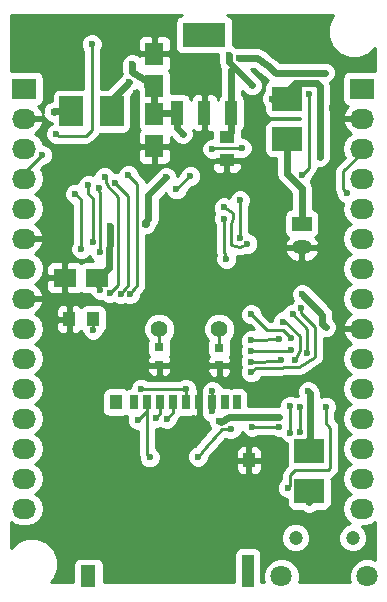
<source format=gbr>
G04 #@! TF.FileFunction,Copper,L2,Bot,Signal*
%FSLAX46Y46*%
G04 Gerber Fmt 4.6, Leading zero omitted, Abs format (unit mm)*
G04 Created by KiCad (PCBNEW 4.0.4+e1-6308~48~ubuntu16.04.1-stable) date Wed Nov  2 15:53:33 2016*
%MOMM*%
%LPD*%
G01*
G04 APERTURE LIST*
%ADD10C,0.100000*%
%ADD11R,0.750000X0.800000*%
%ADD12R,1.950720X1.501140*%
%ADD13R,1.250000X1.000000*%
%ADD14R,1.000000X1.250000*%
%ADD15R,1.501140X1.950720*%
%ADD16R,0.700000X1.200000*%
%ADD17R,1.000000X2.800000*%
%ADD18R,1.300000X1.900000*%
%ADD19R,1.100000X1.200000*%
%ADD20R,1.000000X1.200000*%
%ADD21R,2.500000X2.000000*%
%ADD22R,2.000000X2.500000*%
%ADD23R,2.032000X1.727200*%
%ADD24O,2.032000X1.727200*%
%ADD25C,1.800000*%
%ADD26C,1.200000*%
%ADD27R,1.700000X1.200000*%
%ADD28O,1.700000X1.200000*%
%ADD29R,3.657600X2.032000*%
%ADD30R,1.016000X2.032000*%
%ADD31C,1.422400*%
%ADD32C,0.600000*%
%ADD33C,0.250000*%
%ADD34C,0.600000*%
%ADD35C,0.254000*%
G04 APERTURE END LIST*
D10*
D11*
X130820000Y-130480000D03*
X130820000Y-131980000D03*
X135900000Y-130520000D03*
X135900000Y-132020000D03*
D12*
X125574140Y-124600000D03*
X122825860Y-124600000D03*
D13*
X136525000Y-114665000D03*
X136525000Y-112665000D03*
D14*
X125200000Y-128100000D03*
X123200000Y-128100000D03*
D15*
X130400000Y-110725860D03*
X130400000Y-113474140D03*
X130400000Y-108374140D03*
X130400000Y-105625860D03*
D16*
X135310000Y-135130000D03*
D17*
X138310000Y-149430000D03*
D18*
X124810000Y-149880000D03*
D16*
X136410000Y-135130000D03*
X134210000Y-135130000D03*
X133110000Y-135130000D03*
X132010000Y-135130000D03*
X130910000Y-135130000D03*
X129810000Y-135130000D03*
X128710000Y-135130000D03*
D19*
X127160000Y-135130000D03*
D16*
X137360000Y-135130000D03*
D20*
X138410000Y-140030000D03*
D21*
X141610000Y-112830000D03*
X141610000Y-109430000D03*
X143500000Y-142660000D03*
X143500000Y-139260000D03*
D22*
X123380000Y-110490000D03*
X126780000Y-110490000D03*
D23*
X119380000Y-108585000D03*
D24*
X119380000Y-111125000D03*
X119380000Y-113665000D03*
X119380000Y-116205000D03*
X119380000Y-118745000D03*
X119380000Y-121285000D03*
X119380000Y-123825000D03*
X119380000Y-126365000D03*
X119380000Y-128905000D03*
X119380000Y-131445000D03*
X119380000Y-133985000D03*
X119380000Y-136525000D03*
X119380000Y-139065000D03*
X119380000Y-141605000D03*
X119380000Y-144145000D03*
D25*
X148405000Y-149860000D03*
D26*
X147205000Y-146610000D03*
X142355000Y-146610000D03*
D25*
X141155000Y-149860000D03*
D23*
X147955000Y-108585000D03*
D24*
X147955000Y-111125000D03*
X147955000Y-113665000D03*
X147955000Y-116205000D03*
X147955000Y-118745000D03*
X147955000Y-121285000D03*
X147955000Y-123825000D03*
X147955000Y-126365000D03*
X147955000Y-128905000D03*
X147955000Y-131445000D03*
X147955000Y-133985000D03*
X147955000Y-136525000D03*
X147955000Y-139065000D03*
X147955000Y-141605000D03*
X147955000Y-144145000D03*
D27*
X142875000Y-120015000D03*
D28*
X142875000Y-122015000D03*
D29*
X134620000Y-104013000D03*
D30*
X134620000Y-110617000D03*
X132334000Y-110617000D03*
X136906000Y-110617000D03*
D31*
X130810000Y-128905000D03*
X135890000Y-128905000D03*
D32*
X140390000Y-103250000D03*
X126350000Y-107180000D03*
X127170000Y-107270000D03*
X128850000Y-109990000D03*
X128830000Y-108960000D03*
X134000000Y-112800000D03*
X139370000Y-110640000D03*
X145430000Y-110200000D03*
X124700000Y-126100000D03*
X123860000Y-115790000D03*
X120400000Y-105100000D03*
X133350000Y-136525000D03*
X146050000Y-145415000D03*
X135890000Y-147320000D03*
X128270000Y-147320000D03*
X123825000Y-144780000D03*
X140980000Y-136410000D03*
X131400000Y-116100000D03*
X129630000Y-120080000D03*
X128530000Y-106510000D03*
X137550000Y-106010000D03*
X144820000Y-107230000D03*
X135890000Y-136750000D03*
X126610000Y-120180000D03*
X132800000Y-112400000D03*
X125800000Y-125600000D03*
X125200000Y-129000000D03*
X131445000Y-136525000D03*
X141980000Y-129710000D03*
X138600000Y-127700000D03*
X136500000Y-123000000D03*
X136300000Y-119600000D03*
X141140000Y-131550000D03*
X138600000Y-131700000D03*
X135300000Y-134200000D03*
X135255000Y-135890000D03*
X128200000Y-115900000D03*
X141930000Y-130720000D03*
X129270000Y-133990000D03*
X128360000Y-125960000D03*
X133100000Y-134000000D03*
X138600000Y-130800000D03*
X127060000Y-116560000D03*
X127540000Y-125960000D03*
X140980000Y-129760000D03*
X130500000Y-136450000D03*
X138600000Y-129900000D03*
X126180000Y-116090000D03*
X129000000Y-136620000D03*
X126630000Y-125900000D03*
X130000000Y-139790000D03*
X134100000Y-139740000D03*
X136900000Y-137400000D03*
X138600000Y-132600000D03*
X142810000Y-127160000D03*
X143400000Y-134200000D03*
X144890000Y-128780000D03*
X142900000Y-125990000D03*
X144410000Y-114360000D03*
X138670000Y-108310000D03*
X140370000Y-109430000D03*
X128240000Y-108060000D03*
X136680000Y-105740000D03*
X143500000Y-143620000D03*
X132270000Y-117100000D03*
X133450000Y-115980000D03*
X137800000Y-113600000D03*
X135300000Y-113700000D03*
X125700000Y-116960000D03*
X125780000Y-122420000D03*
X122100000Y-112400000D03*
X120900000Y-114200000D03*
X125100000Y-104800000D03*
X146750000Y-117450000D03*
X137630000Y-121200000D03*
X137650000Y-118030000D03*
X124800000Y-116750000D03*
X125170000Y-121550000D03*
X141700000Y-142400000D03*
X144910000Y-135510000D03*
X124190000Y-122170000D03*
X123670000Y-117490000D03*
X138670000Y-137240000D03*
X140980000Y-137220000D03*
X142700000Y-135500000D03*
X142750000Y-137690000D03*
X143300000Y-131000000D03*
X142100000Y-127700000D03*
X142900000Y-115900000D03*
X141890000Y-137730000D03*
X141870000Y-135450000D03*
X142280000Y-131550000D03*
X141300000Y-128300000D03*
X143500000Y-109000000D03*
X136290000Y-118640000D03*
X138280000Y-121700000D03*
X121870000Y-110530000D03*
D33*
X130820000Y-130480000D02*
X130810000Y-128905000D01*
X129205860Y-105625860D02*
X128690000Y-105110000D01*
X128690000Y-105110000D02*
X127450000Y-105110000D01*
X127450000Y-105110000D02*
X127170000Y-105390000D01*
X127170000Y-105390000D02*
X127170000Y-107270000D01*
X130400000Y-105625860D02*
X129205860Y-105625860D01*
X128850000Y-108980000D02*
X128850000Y-109990000D01*
X128830000Y-108960000D02*
X128850000Y-108980000D01*
X135900000Y-130520000D02*
X135890000Y-128905000D01*
D34*
X129900000Y-117600000D02*
X129900000Y-119590000D01*
X129900000Y-117600000D02*
X131400000Y-116100000D01*
X129700000Y-120010000D02*
X129630000Y-120080000D01*
X129700000Y-119790000D02*
X129700000Y-120010000D01*
X129900000Y-119590000D02*
X129700000Y-119790000D01*
X128530000Y-106510000D02*
X128530000Y-107210000D01*
X129800000Y-107940000D02*
X128530000Y-107210000D01*
X140710000Y-107220000D02*
X144820000Y-107230000D01*
X139910000Y-106610000D02*
X140710000Y-107220000D01*
X139110000Y-106000000D02*
X139910000Y-106610000D01*
X137550000Y-106010000D02*
X139110000Y-106000000D01*
X140970000Y-136410000D02*
X136680000Y-136420000D01*
X136680000Y-136420000D02*
X136020000Y-136780000D01*
X136020000Y-136780000D02*
X135890000Y-136750000D01*
X125574140Y-124600000D02*
X126600000Y-123780000D01*
X126600000Y-123780000D02*
X126610000Y-120180000D01*
X132334000Y-111934000D02*
X132334000Y-110617000D01*
X132800000Y-112400000D02*
X132334000Y-111934000D01*
D33*
X125574140Y-125374140D02*
X125574140Y-124600000D01*
X125800000Y-125600000D02*
X125574140Y-125374140D01*
X125200000Y-129000000D02*
X125200000Y-128100000D01*
D34*
X130400000Y-108374140D02*
X130400000Y-110725860D01*
D33*
X130400000Y-110725860D02*
X130508860Y-110617000D01*
D34*
X130508860Y-110617000D02*
X132334000Y-110617000D01*
X129800000Y-107940000D02*
X129774140Y-108374140D01*
D33*
X129774140Y-108374140D02*
X130400000Y-108374140D01*
X131445000Y-136525000D02*
X132010000Y-135960000D01*
X132010000Y-135960000D02*
X132010000Y-135130000D01*
D34*
X142875000Y-120015000D02*
X142875000Y-117035000D01*
X141610000Y-115770000D02*
X141610000Y-112830000D01*
X142875000Y-117035000D02*
X141610000Y-115770000D01*
D33*
X139910000Y-129010000D02*
X138600000Y-127700000D01*
X141280000Y-129010000D02*
X139910000Y-129010000D01*
X141980000Y-129710000D02*
X141280000Y-129010000D01*
X136300000Y-122300000D02*
X136500000Y-123000000D01*
X136300000Y-119600000D02*
X136300000Y-122300000D01*
X141140000Y-131550000D02*
X141040000Y-131650000D01*
X141040000Y-131650000D02*
X138600000Y-131700000D01*
X135300000Y-134200000D02*
X135310000Y-134210000D01*
X135310000Y-134210000D02*
X135310000Y-135130000D01*
X135310000Y-135130000D02*
X135310000Y-135835000D01*
X135310000Y-135835000D02*
X135255000Y-135890000D01*
X128360000Y-125960000D02*
X128960000Y-125240000D01*
X128960000Y-125240000D02*
X128960000Y-116660000D01*
X128960000Y-116660000D02*
X128200000Y-115900000D01*
X138600000Y-130800000D02*
X141850000Y-130800000D01*
X141850000Y-130800000D02*
X141930000Y-130720000D01*
X129475035Y-133983190D02*
X129276810Y-133983190D01*
X129276810Y-133983190D02*
X129270000Y-133990000D01*
X128360000Y-125960000D02*
X128360000Y-125860000D01*
X133000000Y-134000000D02*
X129475035Y-133983190D01*
X129475035Y-133983190D02*
X129460000Y-133950000D01*
X133100000Y-134000000D02*
X133000000Y-134000000D01*
X138600000Y-130800000D02*
X138500000Y-130800000D01*
X133110000Y-134010000D02*
X133110000Y-135130000D01*
X133100000Y-134000000D02*
X133110000Y-134010000D01*
X127540000Y-125960000D02*
X128150000Y-125210000D01*
X128150000Y-125210000D02*
X128150000Y-117650000D01*
X128150000Y-117650000D02*
X127060000Y-116560000D01*
X130910000Y-135130000D02*
X130910000Y-136040000D01*
X130910000Y-136040000D02*
X130500000Y-136450000D01*
X138900000Y-129900000D02*
X140980000Y-129770000D01*
X138600000Y-129900000D02*
X138900000Y-129900000D01*
X126180000Y-116090000D02*
X126390000Y-116780000D01*
X127340000Y-117730000D02*
X126390000Y-116780000D01*
X129810000Y-135890000D02*
X129810000Y-135130000D01*
X129810000Y-135890000D02*
X129000000Y-136620000D01*
X127340000Y-125230000D02*
X127340000Y-117730000D01*
X126630000Y-125900000D02*
X127340000Y-125230000D01*
X129810000Y-135130000D02*
X129810000Y-139600000D01*
X129810000Y-139600000D02*
X130000000Y-139790000D01*
X134770000Y-138930000D02*
X136100000Y-137400000D01*
X134100000Y-139740000D02*
X134770000Y-138930000D01*
X136100000Y-137400000D02*
X136900000Y-137400000D01*
X138600000Y-132600000D02*
X139000000Y-132200000D01*
X139000000Y-132200000D02*
X141300000Y-132200000D01*
X141300000Y-132200000D02*
X141310000Y-132190000D01*
X141310000Y-132190000D02*
X142650000Y-132190000D01*
X142650000Y-132190000D02*
X144000000Y-131300000D01*
X144000000Y-131300000D02*
X144000000Y-128800000D01*
X144000000Y-128800000D02*
X142800000Y-127600000D01*
X142800000Y-127600000D02*
X142810000Y-127160000D01*
D34*
X144370000Y-108330000D02*
X144160000Y-108120000D01*
X144160000Y-108120000D02*
X142280000Y-108120000D01*
X141610000Y-108790000D02*
X142280000Y-108120000D01*
X143580000Y-138190000D02*
X143500000Y-138270000D01*
X143580000Y-138190000D02*
X143580000Y-134380000D01*
X143580000Y-134380000D02*
X143400000Y-134200000D01*
X144890000Y-128780000D02*
X144620000Y-128510000D01*
X144620000Y-128510000D02*
X144620000Y-127710000D01*
X144620000Y-127710000D02*
X142900000Y-125990000D01*
X144410000Y-114360000D02*
X144400000Y-114350000D01*
X144400000Y-114350000D02*
X144400000Y-108330000D01*
X144400000Y-108330000D02*
X144370000Y-108330000D01*
X137145000Y-106785000D02*
X138670000Y-108310000D01*
X140370000Y-109430000D02*
X141610000Y-109430000D01*
X136906000Y-110617000D02*
X136906000Y-107024000D01*
X136906000Y-107024000D02*
X137145000Y-106785000D01*
X141610000Y-108790000D02*
X141610000Y-109430000D01*
X143500000Y-139260000D02*
X143500000Y-138270000D01*
X126780000Y-110490000D02*
X126780000Y-109520000D01*
X126780000Y-109520000D02*
X128240000Y-108060000D01*
X136680000Y-105740000D02*
X136700000Y-105760000D01*
X136700000Y-105760000D02*
X136700000Y-106340000D01*
X136700000Y-106340000D02*
X137145000Y-106785000D01*
D33*
X141115000Y-108935000D02*
X141610000Y-109430000D01*
X141610000Y-109430000D02*
X142590000Y-109430000D01*
X141610000Y-109430000D02*
X142690000Y-109430000D01*
D34*
X136906000Y-110617000D02*
X136906000Y-112284000D01*
X136906000Y-112284000D02*
X136525000Y-112665000D01*
D33*
X127085000Y-110490000D02*
X126780000Y-110490000D01*
D34*
X143500000Y-143620000D02*
X143500000Y-142660000D01*
D33*
X132270000Y-117100000D02*
X133450000Y-115980000D01*
X135400000Y-113600000D02*
X137800000Y-113600000D01*
X135300000Y-113700000D02*
X135400000Y-113600000D01*
X125810000Y-121750000D02*
X125800000Y-119757970D01*
X125800000Y-119757970D02*
X125800000Y-117397838D01*
X125800000Y-117397838D02*
X125700000Y-117260000D01*
X125780000Y-122420000D02*
X125810000Y-121750000D01*
X124600000Y-112600000D02*
X125100000Y-112100000D01*
X122300000Y-112600000D02*
X124600000Y-112600000D01*
X122100000Y-112400000D02*
X122300000Y-112600000D01*
X119380000Y-115720000D02*
X120900000Y-114200000D01*
X125100000Y-108300000D02*
X125100000Y-104800000D01*
X125100000Y-112100000D02*
X125100000Y-108300000D01*
X119380000Y-116205000D02*
X119380000Y-115720000D01*
X147955000Y-113665000D02*
X147955000Y-114045000D01*
X147955000Y-114045000D02*
X146410000Y-115590000D01*
X146410000Y-115590000D02*
X146410000Y-117110000D01*
X146410000Y-117110000D02*
X146750000Y-117450000D01*
X137630000Y-118050000D02*
X137630000Y-121200000D01*
X137650000Y-118030000D02*
X137630000Y-118050000D01*
X125170000Y-121550000D02*
X125170000Y-117830000D01*
X145300000Y-137700000D02*
X145300000Y-137300000D01*
X141700000Y-142400000D02*
X141900000Y-142200000D01*
X141900000Y-142200000D02*
X141900000Y-141300000D01*
X141900000Y-141300000D02*
X142300000Y-140900000D01*
X142300000Y-140900000D02*
X145100000Y-140900000D01*
X145100000Y-140900000D02*
X145310000Y-140690000D01*
X145310000Y-140690000D02*
X145310000Y-137710000D01*
X145310000Y-137710000D02*
X145300000Y-137700000D01*
X145200000Y-137200000D02*
X144890000Y-136870000D01*
X144890000Y-136870000D02*
X144910000Y-135510000D01*
X145300000Y-137300000D02*
X145200000Y-137200000D01*
X124800000Y-117460000D02*
X124800000Y-116750000D01*
X125170000Y-117830000D02*
X124800000Y-117460000D01*
X124190000Y-122170000D02*
X124190000Y-117890000D01*
X124190000Y-117890000D02*
X123670000Y-117490000D01*
X123670000Y-117590000D02*
X123670000Y-117490000D01*
X140302419Y-137240004D02*
X138670000Y-137240000D01*
X140980000Y-137220000D02*
X140302419Y-137240004D01*
X142740000Y-136790000D02*
X142700000Y-135500000D01*
X142750000Y-137690000D02*
X142740000Y-136790000D01*
X143300000Y-128900000D02*
X143300000Y-131000000D01*
X142100000Y-127700000D02*
X143300000Y-128900000D01*
X141890000Y-137730000D02*
X141890000Y-137170000D01*
X141890000Y-137170000D02*
X141900000Y-136800000D01*
X141900000Y-136800000D02*
X141900000Y-136100000D01*
X141900000Y-136100000D02*
X141870000Y-135450000D01*
X142280000Y-131550000D02*
X142700000Y-130700000D01*
X142700000Y-130700000D02*
X142700000Y-130500000D01*
X142700000Y-130500000D02*
X142700000Y-129500000D01*
X142700000Y-129500000D02*
X141500000Y-128300000D01*
X141500000Y-128300000D02*
X141300000Y-128300000D01*
X143500000Y-115300000D02*
X143500000Y-109000000D01*
X142900000Y-115900000D02*
X143500000Y-115300000D01*
X136910000Y-121830000D02*
X136910000Y-120020000D01*
X136910000Y-120020000D02*
X137060000Y-119550000D01*
X137060000Y-119550000D02*
X137070000Y-119070000D01*
X137070000Y-119070000D02*
X136290000Y-118640000D01*
X138280000Y-121700000D02*
X137690000Y-122030000D01*
X137690000Y-122030000D02*
X136910000Y-121830000D01*
D34*
X121870000Y-110530000D02*
X121910000Y-110490000D01*
X121910000Y-110490000D02*
X123380000Y-110490000D01*
D35*
G36*
X132555883Y-102393838D02*
X132339759Y-102532910D01*
X132194769Y-102745110D01*
X132143760Y-102997000D01*
X132143760Y-105029000D01*
X132188038Y-105264317D01*
X132327110Y-105480441D01*
X132539310Y-105625431D01*
X132791200Y-105676440D01*
X135745055Y-105676440D01*
X135744838Y-105925167D01*
X135765000Y-105973963D01*
X135765000Y-106340000D01*
X135836173Y-106697809D01*
X135990069Y-106928132D01*
X135971000Y-107024000D01*
X135971000Y-109121183D01*
X135946559Y-109136910D01*
X135801569Y-109349110D01*
X135763000Y-109539569D01*
X135763000Y-109474690D01*
X135666327Y-109241301D01*
X135487698Y-109062673D01*
X135254309Y-108966000D01*
X134905750Y-108966000D01*
X134747000Y-109124750D01*
X134747000Y-110490000D01*
X134767000Y-110490000D01*
X134767000Y-110744000D01*
X134747000Y-110744000D01*
X134747000Y-112109250D01*
X134905750Y-112268000D01*
X135252560Y-112268000D01*
X135252560Y-112764958D01*
X135114833Y-112764838D01*
X134771057Y-112906883D01*
X134507808Y-113169673D01*
X134365162Y-113513201D01*
X134364838Y-113885167D01*
X134506883Y-114228943D01*
X134769673Y-114492192D01*
X135113201Y-114634838D01*
X135485167Y-114635162D01*
X135720318Y-114538000D01*
X136398000Y-114538000D01*
X136398000Y-114518000D01*
X136652000Y-114518000D01*
X136652000Y-114538000D01*
X137626250Y-114538000D01*
X137629398Y-114534852D01*
X137985167Y-114535162D01*
X138328943Y-114393117D01*
X138592192Y-114130327D01*
X138734838Y-113786799D01*
X138735162Y-113414833D01*
X138593117Y-113071057D01*
X138330327Y-112807808D01*
X137986799Y-112665162D01*
X137797440Y-112664997D01*
X137797440Y-112502990D01*
X137841000Y-112284000D01*
X137841000Y-112112817D01*
X137865441Y-112097090D01*
X138010431Y-111884890D01*
X138061440Y-111633000D01*
X138061440Y-109601000D01*
X138017162Y-109365683D01*
X137878090Y-109149559D01*
X137841000Y-109124216D01*
X137841000Y-108803290D01*
X138008564Y-108970854D01*
X138139673Y-109102192D01*
X138483201Y-109244838D01*
X138855167Y-109245162D01*
X139198943Y-109103117D01*
X139462192Y-108840327D01*
X139604838Y-108496799D01*
X139605162Y-108124833D01*
X139463117Y-107781057D01*
X139200327Y-107517808D01*
X139199935Y-107517645D01*
X138620448Y-106938158D01*
X138796856Y-106937027D01*
X139343070Y-107353515D01*
X140037444Y-107882975D01*
X139908559Y-107965910D01*
X139763569Y-108178110D01*
X139712560Y-108430000D01*
X139712560Y-108765156D01*
X139577808Y-108899673D01*
X139435162Y-109243201D01*
X139434838Y-109615167D01*
X139576883Y-109958943D01*
X139712560Y-110094857D01*
X139712560Y-110430000D01*
X139756838Y-110665317D01*
X139895910Y-110881441D01*
X140108110Y-111026431D01*
X140360000Y-111077440D01*
X142740000Y-111077440D01*
X142740000Y-111182560D01*
X140360000Y-111182560D01*
X140124683Y-111226838D01*
X139908559Y-111365910D01*
X139763569Y-111578110D01*
X139712560Y-111830000D01*
X139712560Y-113830000D01*
X139756838Y-114065317D01*
X139895910Y-114281441D01*
X140108110Y-114426431D01*
X140360000Y-114477440D01*
X140675000Y-114477440D01*
X140675000Y-115770000D01*
X140746173Y-116127809D01*
X140948855Y-116431145D01*
X141940000Y-117422290D01*
X141940000Y-118783554D01*
X141789683Y-118811838D01*
X141573559Y-118950910D01*
X141428569Y-119163110D01*
X141377560Y-119415000D01*
X141377560Y-120615000D01*
X141421838Y-120850317D01*
X141560910Y-121066441D01*
X141713309Y-121170571D01*
X141693067Y-121185875D01*
X141446714Y-121605624D01*
X141431538Y-121697391D01*
X141556269Y-121888000D01*
X142748000Y-121888000D01*
X142748000Y-121868000D01*
X143002000Y-121868000D01*
X143002000Y-121888000D01*
X144193731Y-121888000D01*
X144318462Y-121697391D01*
X144303286Y-121605624D01*
X144056933Y-121185875D01*
X144035580Y-121169731D01*
X144176441Y-121079090D01*
X144321431Y-120866890D01*
X144372440Y-120615000D01*
X144372440Y-119415000D01*
X144328162Y-119179683D01*
X144189090Y-118963559D01*
X143976890Y-118818569D01*
X143810000Y-118784773D01*
X143810000Y-117035000D01*
X143738827Y-116677191D01*
X143621218Y-116501177D01*
X143692192Y-116430327D01*
X143834838Y-116086799D01*
X143834879Y-116039923D01*
X144037401Y-115837401D01*
X144202148Y-115590839D01*
X144260000Y-115300000D01*
X144260000Y-115294870D01*
X144595167Y-115295162D01*
X144938943Y-115153117D01*
X145202192Y-114890327D01*
X145344838Y-114546799D01*
X145345162Y-114174833D01*
X145335000Y-114150239D01*
X145335000Y-108330000D01*
X145279652Y-108051747D01*
X145348943Y-108023117D01*
X145612192Y-107760327D01*
X145754838Y-107416799D01*
X145755162Y-107044833D01*
X145613117Y-106701057D01*
X145350327Y-106437808D01*
X145006799Y-106295162D01*
X144821168Y-106295000D01*
X141026810Y-106285768D01*
X140476933Y-105866487D01*
X140476931Y-105866485D01*
X139676930Y-105256485D01*
X139565684Y-105202045D01*
X139462264Y-105133897D01*
X139403235Y-105122548D01*
X139349244Y-105096127D01*
X139225634Y-105088403D01*
X139104006Y-105065019D01*
X137547431Y-105074997D01*
X137364833Y-105074838D01*
X137345228Y-105082938D01*
X137341436Y-105079146D01*
X137210327Y-104947808D01*
X137096240Y-104900435D01*
X137096240Y-102997000D01*
X137051962Y-102761683D01*
X136912890Y-102545559D01*
X136700690Y-102400569D01*
X136510231Y-102362000D01*
X145555911Y-102362000D01*
X145426364Y-102491321D01*
X145085389Y-103312481D01*
X145084613Y-104201619D01*
X145424155Y-105023372D01*
X146052321Y-105652636D01*
X146873481Y-105993611D01*
X147762619Y-105994387D01*
X148584372Y-105654845D01*
X149098000Y-105142114D01*
X149098000Y-107099678D01*
X148971000Y-107073960D01*
X146939000Y-107073960D01*
X146703683Y-107118238D01*
X146487559Y-107257310D01*
X146342569Y-107469510D01*
X146291560Y-107721400D01*
X146291560Y-109448600D01*
X146335838Y-109683917D01*
X146474910Y-109900041D01*
X146687110Y-110045031D01*
X146781927Y-110064232D01*
X146604268Y-110222964D01*
X146350291Y-110750209D01*
X146347642Y-110765974D01*
X146468783Y-110998000D01*
X147828000Y-110998000D01*
X147828000Y-110978000D01*
X148082000Y-110978000D01*
X148082000Y-110998000D01*
X148102000Y-110998000D01*
X148102000Y-111252000D01*
X148082000Y-111252000D01*
X148082000Y-111272000D01*
X147828000Y-111272000D01*
X147828000Y-111252000D01*
X146468783Y-111252000D01*
X146347642Y-111484026D01*
X146350291Y-111499791D01*
X146604268Y-112027036D01*
X147020069Y-112398539D01*
X146710585Y-112605330D01*
X146385729Y-113091511D01*
X146271655Y-113665000D01*
X146385729Y-114238489D01*
X146506285Y-114418913D01*
X145872599Y-115052599D01*
X145707852Y-115299161D01*
X145650000Y-115590000D01*
X145650000Y-117110000D01*
X145707852Y-117400839D01*
X145814903Y-117561052D01*
X145814838Y-117635167D01*
X145956883Y-117978943D01*
X146219673Y-118242192D01*
X146360073Y-118300492D01*
X146271655Y-118745000D01*
X146385729Y-119318489D01*
X146710585Y-119804670D01*
X147025366Y-120015000D01*
X146710585Y-120225330D01*
X146385729Y-120711511D01*
X146271655Y-121285000D01*
X146385729Y-121858489D01*
X146710585Y-122344670D01*
X147025366Y-122555000D01*
X146710585Y-122765330D01*
X146385729Y-123251511D01*
X146271655Y-123825000D01*
X146385729Y-124398489D01*
X146710585Y-124884670D01*
X147025366Y-125095000D01*
X146710585Y-125305330D01*
X146385729Y-125791511D01*
X146271655Y-126365000D01*
X146385729Y-126938489D01*
X146710585Y-127424670D01*
X147020069Y-127631461D01*
X146604268Y-128002964D01*
X146350291Y-128530209D01*
X146347642Y-128545974D01*
X146468783Y-128778000D01*
X147828000Y-128778000D01*
X147828000Y-128758000D01*
X148082000Y-128758000D01*
X148082000Y-128778000D01*
X148102000Y-128778000D01*
X148102000Y-129032000D01*
X148082000Y-129032000D01*
X148082000Y-129052000D01*
X147828000Y-129052000D01*
X147828000Y-129032000D01*
X146468783Y-129032000D01*
X146347642Y-129264026D01*
X146350291Y-129279791D01*
X146604268Y-129807036D01*
X147020069Y-130178539D01*
X146710585Y-130385330D01*
X146385729Y-130871511D01*
X146271655Y-131445000D01*
X146385729Y-132018489D01*
X146710585Y-132504670D01*
X147025366Y-132715000D01*
X146710585Y-132925330D01*
X146385729Y-133411511D01*
X146271655Y-133985000D01*
X146385729Y-134558489D01*
X146710585Y-135044670D01*
X147025366Y-135255000D01*
X146710585Y-135465330D01*
X146385729Y-135951511D01*
X146271655Y-136525000D01*
X146385729Y-137098489D01*
X146710585Y-137584670D01*
X147025366Y-137795000D01*
X146710585Y-138005330D01*
X146385729Y-138491511D01*
X146271655Y-139065000D01*
X146385729Y-139638489D01*
X146710585Y-140124670D01*
X147025366Y-140335000D01*
X146710585Y-140545330D01*
X146385729Y-141031511D01*
X146271655Y-141605000D01*
X146385729Y-142178489D01*
X146710585Y-142664670D01*
X147025366Y-142875000D01*
X146710585Y-143085330D01*
X146385729Y-143571511D01*
X146271655Y-144145000D01*
X146385729Y-144718489D01*
X146710585Y-145204670D01*
X146965188Y-145374790D01*
X146960421Y-145374786D01*
X146506343Y-145562408D01*
X146158629Y-145909515D01*
X145970215Y-146363266D01*
X145969786Y-146854579D01*
X146157408Y-147308657D01*
X146504515Y-147656371D01*
X146958266Y-147844785D01*
X147449579Y-147845214D01*
X147903657Y-147657592D01*
X148251371Y-147310485D01*
X148439785Y-146856734D01*
X148440214Y-146365421D01*
X148252592Y-145911343D01*
X147985316Y-145643600D01*
X148139745Y-145643600D01*
X148713234Y-145529526D01*
X149098000Y-145272434D01*
X149098000Y-148485685D01*
X148711670Y-148325267D01*
X148101009Y-148324735D01*
X147536629Y-148557932D01*
X147104449Y-148989357D01*
X146870267Y-149553330D01*
X146869735Y-150163991D01*
X146954030Y-150368000D01*
X142606133Y-150368000D01*
X142689733Y-150166670D01*
X142690265Y-149556009D01*
X142457068Y-148991629D01*
X142025643Y-148559449D01*
X141461670Y-148325267D01*
X140851009Y-148324735D01*
X140286629Y-148557932D01*
X139854449Y-148989357D01*
X139620267Y-149553330D01*
X139619735Y-150163991D01*
X139704030Y-150368000D01*
X139457440Y-150368000D01*
X139457440Y-148030000D01*
X139413162Y-147794683D01*
X139274090Y-147578559D01*
X139061890Y-147433569D01*
X138810000Y-147382560D01*
X137810000Y-147382560D01*
X137574683Y-147426838D01*
X137358559Y-147565910D01*
X137213569Y-147778110D01*
X137162560Y-148030000D01*
X137162560Y-150368000D01*
X126107440Y-150368000D01*
X126107440Y-148930000D01*
X126063162Y-148694683D01*
X125924090Y-148478559D01*
X125711890Y-148333569D01*
X125460000Y-148282560D01*
X124160000Y-148282560D01*
X123924683Y-148326838D01*
X123708559Y-148465910D01*
X123563569Y-148678110D01*
X123512560Y-148930000D01*
X123512560Y-150368000D01*
X121651867Y-150368000D01*
X121908636Y-150111679D01*
X122249611Y-149290519D01*
X122250387Y-148401381D01*
X121910845Y-147579628D01*
X121282679Y-146950364D01*
X121052003Y-146854579D01*
X141119786Y-146854579D01*
X141307408Y-147308657D01*
X141654515Y-147656371D01*
X142108266Y-147844785D01*
X142599579Y-147845214D01*
X143053657Y-147657592D01*
X143401371Y-147310485D01*
X143589785Y-146856734D01*
X143590214Y-146365421D01*
X143402592Y-145911343D01*
X143055485Y-145563629D01*
X142601734Y-145375215D01*
X142110421Y-145374786D01*
X141656343Y-145562408D01*
X141308629Y-145909515D01*
X141120215Y-146363266D01*
X141119786Y-146854579D01*
X121052003Y-146854579D01*
X120461519Y-146609389D01*
X119572381Y-146608613D01*
X118750628Y-146948155D01*
X118237000Y-147460886D01*
X118237000Y-145272434D01*
X118621766Y-145529526D01*
X119195255Y-145643600D01*
X119564745Y-145643600D01*
X120138234Y-145529526D01*
X120624415Y-145204670D01*
X120949271Y-144718489D01*
X121063345Y-144145000D01*
X120949271Y-143571511D01*
X120624415Y-143085330D01*
X120309634Y-142875000D01*
X120624415Y-142664670D01*
X120949271Y-142178489D01*
X121063345Y-141605000D01*
X120949271Y-141031511D01*
X120624415Y-140545330D01*
X120309634Y-140335000D01*
X120624415Y-140124670D01*
X120949271Y-139638489D01*
X121063345Y-139065000D01*
X120949271Y-138491511D01*
X120624415Y-138005330D01*
X120309634Y-137795000D01*
X120624415Y-137584670D01*
X120949271Y-137098489D01*
X121063345Y-136525000D01*
X120949271Y-135951511D01*
X120624415Y-135465330D01*
X120309634Y-135255000D01*
X120624415Y-135044670D01*
X120949271Y-134558489D01*
X120954937Y-134530000D01*
X125962560Y-134530000D01*
X125962560Y-135730000D01*
X126006838Y-135965317D01*
X126145910Y-136181441D01*
X126358110Y-136326431D01*
X126610000Y-136377440D01*
X127710000Y-136377440D01*
X127945317Y-136333162D01*
X128034228Y-136275949D01*
X128108110Y-136326431D01*
X128109389Y-136326690D01*
X128065162Y-136433201D01*
X128064838Y-136805167D01*
X128206883Y-137148943D01*
X128469673Y-137412192D01*
X128813201Y-137554838D01*
X129050000Y-137555044D01*
X129050000Y-139600000D01*
X129065099Y-139675905D01*
X129064838Y-139975167D01*
X129206883Y-140318943D01*
X129469673Y-140582192D01*
X129813201Y-140724838D01*
X130185167Y-140725162D01*
X130528943Y-140583117D01*
X130792192Y-140320327D01*
X130934838Y-139976799D01*
X130934882Y-139925167D01*
X133164838Y-139925167D01*
X133306883Y-140268943D01*
X133569673Y-140532192D01*
X133913201Y-140674838D01*
X134285167Y-140675162D01*
X134628943Y-140533117D01*
X134846689Y-140315750D01*
X137275000Y-140315750D01*
X137275000Y-140756310D01*
X137371673Y-140989699D01*
X137550302Y-141168327D01*
X137783691Y-141265000D01*
X138124250Y-141265000D01*
X138283000Y-141106250D01*
X138283000Y-140157000D01*
X138537000Y-140157000D01*
X138537000Y-141106250D01*
X138695750Y-141265000D01*
X139036309Y-141265000D01*
X139269698Y-141168327D01*
X139448327Y-140989699D01*
X139545000Y-140756310D01*
X139545000Y-140315750D01*
X139386250Y-140157000D01*
X138537000Y-140157000D01*
X138283000Y-140157000D01*
X137433750Y-140157000D01*
X137275000Y-140315750D01*
X134846689Y-140315750D01*
X134892192Y-140270327D01*
X135034838Y-139926799D01*
X135034947Y-139802085D01*
X135349676Y-139421592D01*
X135452165Y-139303690D01*
X137275000Y-139303690D01*
X137275000Y-139744250D01*
X137433750Y-139903000D01*
X138283000Y-139903000D01*
X138283000Y-138953750D01*
X138537000Y-138953750D01*
X138537000Y-139903000D01*
X139386250Y-139903000D01*
X139545000Y-139744250D01*
X139545000Y-139303690D01*
X139448327Y-139070301D01*
X139269698Y-138891673D01*
X139036309Y-138795000D01*
X138695750Y-138795000D01*
X138537000Y-138953750D01*
X138283000Y-138953750D01*
X138124250Y-138795000D01*
X137783691Y-138795000D01*
X137550302Y-138891673D01*
X137371673Y-139070301D01*
X137275000Y-139303690D01*
X135452165Y-139303690D01*
X136405454Y-138207050D01*
X136713201Y-138334838D01*
X137085167Y-138335162D01*
X137428943Y-138193117D01*
X137692192Y-137930327D01*
X137818189Y-137626893D01*
X137876883Y-137768943D01*
X138139673Y-138032192D01*
X138483201Y-138174838D01*
X138855167Y-138175162D01*
X139198943Y-138033117D01*
X139232116Y-138000001D01*
X140302417Y-138000004D01*
X140313601Y-137997779D01*
X140324846Y-137999673D01*
X140433960Y-137996452D01*
X140449673Y-138012192D01*
X140793201Y-138154838D01*
X141053962Y-138155065D01*
X141096883Y-138258943D01*
X141359673Y-138522192D01*
X141602560Y-138623048D01*
X141602560Y-140260000D01*
X141644153Y-140481045D01*
X141362599Y-140762599D01*
X141197852Y-141009161D01*
X141140000Y-141300000D01*
X141140000Y-141637886D01*
X140907808Y-141869673D01*
X140765162Y-142213201D01*
X140764838Y-142585167D01*
X140906883Y-142928943D01*
X141169673Y-143192192D01*
X141513201Y-143334838D01*
X141602560Y-143334916D01*
X141602560Y-143660000D01*
X141646838Y-143895317D01*
X141785910Y-144111441D01*
X141998110Y-144256431D01*
X142250000Y-144307440D01*
X142865104Y-144307440D01*
X142969673Y-144412192D01*
X143313201Y-144554838D01*
X143685167Y-144555162D01*
X144028943Y-144413117D01*
X144134805Y-144307440D01*
X144750000Y-144307440D01*
X144985317Y-144263162D01*
X145201441Y-144124090D01*
X145346431Y-143911890D01*
X145397440Y-143660000D01*
X145397440Y-141660000D01*
X145386709Y-141602970D01*
X145390839Y-141602148D01*
X145637401Y-141437401D01*
X145847401Y-141227401D01*
X146012148Y-140980839D01*
X146070000Y-140690000D01*
X146070000Y-137710000D01*
X146060000Y-137659727D01*
X146060000Y-137300000D01*
X146043059Y-137214833D01*
X146002148Y-137009160D01*
X145837401Y-136762599D01*
X145745802Y-136671000D01*
X145654439Y-136573743D01*
X145661689Y-136080760D01*
X145702192Y-136040327D01*
X145844838Y-135696799D01*
X145845162Y-135324833D01*
X145703117Y-134981057D01*
X145440327Y-134717808D01*
X145096799Y-134575162D01*
X144724833Y-134574838D01*
X144515000Y-134661539D01*
X144515000Y-134380000D01*
X144443827Y-134022191D01*
X144241145Y-133718855D01*
X144061436Y-133539146D01*
X143930327Y-133407808D01*
X143586799Y-133265162D01*
X143214833Y-133264838D01*
X142871057Y-133406883D01*
X142607808Y-133669673D01*
X142465162Y-134013201D01*
X142464838Y-134385167D01*
X142539085Y-134564859D01*
X142514833Y-134564838D01*
X142345214Y-134634923D01*
X142056799Y-134515162D01*
X141684833Y-134514838D01*
X141341057Y-134656883D01*
X141077808Y-134919673D01*
X140935162Y-135263201D01*
X140934978Y-135474960D01*
X140794833Y-135474838D01*
X140793450Y-135475409D01*
X138357440Y-135481088D01*
X138357440Y-134530000D01*
X138313162Y-134294683D01*
X138174090Y-134078559D01*
X137961890Y-133933569D01*
X137710000Y-133882560D01*
X137010000Y-133882560D01*
X136880411Y-133906944D01*
X136760000Y-133882560D01*
X136180508Y-133882560D01*
X136093117Y-133671057D01*
X135830327Y-133407808D01*
X135486799Y-133265162D01*
X135114833Y-133264838D01*
X134771057Y-133406883D01*
X134507808Y-133669673D01*
X134365162Y-134013201D01*
X134365151Y-134025599D01*
X134337000Y-134053750D01*
X134337000Y-134409312D01*
X134312560Y-134530000D01*
X134312560Y-135730000D01*
X134320104Y-135770091D01*
X134319838Y-136075167D01*
X134337000Y-136116702D01*
X134337000Y-136206250D01*
X134400053Y-136269303D01*
X134461883Y-136418943D01*
X134724673Y-136682192D01*
X134954975Y-136777822D01*
X134954838Y-136935167D01*
X135096883Y-137278943D01*
X135151054Y-137333208D01*
X134196419Y-138431397D01*
X134191721Y-138439617D01*
X134184378Y-138445596D01*
X133872894Y-138822167D01*
X133571057Y-138946883D01*
X133307808Y-139209673D01*
X133165162Y-139553201D01*
X133164838Y-139925167D01*
X130934882Y-139925167D01*
X130935162Y-139604833D01*
X130793117Y-139261057D01*
X130570000Y-139037550D01*
X130570000Y-137385062D01*
X130685167Y-137385162D01*
X130895690Y-137298176D01*
X130914673Y-137317192D01*
X131258201Y-137459838D01*
X131630167Y-137460162D01*
X131973943Y-137318117D01*
X132237192Y-137055327D01*
X132379838Y-136711799D01*
X132379879Y-136664923D01*
X132547401Y-136497401D01*
X132643341Y-136353816D01*
X132760000Y-136377440D01*
X133460000Y-136377440D01*
X133668850Y-136338142D01*
X133733691Y-136365000D01*
X133924250Y-136365000D01*
X134083000Y-136206250D01*
X134083000Y-135850688D01*
X134107440Y-135730000D01*
X134107440Y-134530000D01*
X134083000Y-134400113D01*
X134083000Y-134053750D01*
X134034996Y-134005746D01*
X134035162Y-133814833D01*
X133893117Y-133471057D01*
X133630327Y-133207808D01*
X133286799Y-133065162D01*
X132914833Y-133064838D01*
X132571057Y-133206883D01*
X132540088Y-133237798D01*
X129827334Y-133224862D01*
X129800327Y-133197808D01*
X129456799Y-133055162D01*
X129084833Y-133054838D01*
X128741057Y-133196883D01*
X128477808Y-133459673D01*
X128335162Y-133803201D01*
X128335089Y-133887247D01*
X128124683Y-133926838D01*
X128035772Y-133984051D01*
X127961890Y-133933569D01*
X127710000Y-133882560D01*
X126610000Y-133882560D01*
X126374683Y-133926838D01*
X126158559Y-134065910D01*
X126013569Y-134278110D01*
X125962560Y-134530000D01*
X120954937Y-134530000D01*
X121063345Y-133985000D01*
X120949271Y-133411511D01*
X120624415Y-132925330D01*
X120309634Y-132715000D01*
X120624415Y-132504670D01*
X120784056Y-132265750D01*
X129810000Y-132265750D01*
X129810000Y-132506309D01*
X129906673Y-132739698D01*
X130085301Y-132918327D01*
X130318690Y-133015000D01*
X130534250Y-133015000D01*
X130693000Y-132856250D01*
X130693000Y-132107000D01*
X130947000Y-132107000D01*
X130947000Y-132856250D01*
X131105750Y-133015000D01*
X131321310Y-133015000D01*
X131554699Y-132918327D01*
X131733327Y-132739698D01*
X131830000Y-132506309D01*
X131830000Y-132305750D01*
X134890000Y-132305750D01*
X134890000Y-132546309D01*
X134986673Y-132779698D01*
X135165301Y-132958327D01*
X135398690Y-133055000D01*
X135614250Y-133055000D01*
X135773000Y-132896250D01*
X135773000Y-132147000D01*
X136027000Y-132147000D01*
X136027000Y-132896250D01*
X136185750Y-133055000D01*
X136401310Y-133055000D01*
X136634699Y-132958327D01*
X136813327Y-132779698D01*
X136910000Y-132546309D01*
X136910000Y-132305750D01*
X136751250Y-132147000D01*
X136027000Y-132147000D01*
X135773000Y-132147000D01*
X135048750Y-132147000D01*
X134890000Y-132305750D01*
X131830000Y-132305750D01*
X131830000Y-132265750D01*
X131671250Y-132107000D01*
X130947000Y-132107000D01*
X130693000Y-132107000D01*
X129968750Y-132107000D01*
X129810000Y-132265750D01*
X120784056Y-132265750D01*
X120949271Y-132018489D01*
X121063345Y-131445000D01*
X120949271Y-130871511D01*
X120624415Y-130385330D01*
X120309634Y-130175000D01*
X120624415Y-129964670D01*
X120949271Y-129478489D01*
X121063345Y-128905000D01*
X120960060Y-128385750D01*
X122065000Y-128385750D01*
X122065000Y-128851310D01*
X122161673Y-129084699D01*
X122340302Y-129263327D01*
X122573691Y-129360000D01*
X122914250Y-129360000D01*
X123073000Y-129201250D01*
X123073000Y-128227000D01*
X122223750Y-128227000D01*
X122065000Y-128385750D01*
X120960060Y-128385750D01*
X120949271Y-128331511D01*
X120624415Y-127845330D01*
X120314931Y-127638539D01*
X120639341Y-127348690D01*
X122065000Y-127348690D01*
X122065000Y-127814250D01*
X122223750Y-127973000D01*
X123073000Y-127973000D01*
X123073000Y-126998750D01*
X123327000Y-126998750D01*
X123327000Y-127973000D01*
X123347000Y-127973000D01*
X123347000Y-128227000D01*
X123327000Y-128227000D01*
X123327000Y-129201250D01*
X123485750Y-129360000D01*
X123826309Y-129360000D01*
X124059698Y-129263327D01*
X124200936Y-129122090D01*
X124235910Y-129176441D01*
X124271194Y-129200549D01*
X124406883Y-129528943D01*
X124669673Y-129792192D01*
X125013201Y-129934838D01*
X125385167Y-129935162D01*
X125728943Y-129793117D01*
X125992192Y-129530327D01*
X126127486Y-129204505D01*
X126151441Y-129189090D01*
X126163390Y-129171601D01*
X129463566Y-129171601D01*
X129668081Y-129666565D01*
X129845327Y-129844120D01*
X129797560Y-130080000D01*
X129797560Y-130880000D01*
X129841838Y-131115317D01*
X129908329Y-131218646D01*
X129906673Y-131220302D01*
X129810000Y-131453691D01*
X129810000Y-131694250D01*
X129968750Y-131853000D01*
X130693000Y-131853000D01*
X130693000Y-131833000D01*
X130947000Y-131833000D01*
X130947000Y-131853000D01*
X131671250Y-131853000D01*
X131830000Y-131694250D01*
X131830000Y-131453691D01*
X131733327Y-131220302D01*
X131731957Y-131218932D01*
X131791431Y-131131890D01*
X131842440Y-130880000D01*
X131842440Y-130080000D01*
X131798162Y-129844683D01*
X131788772Y-129830091D01*
X131950588Y-129668557D01*
X132155966Y-129173951D01*
X132155968Y-129171601D01*
X134543566Y-129171601D01*
X134748081Y-129666565D01*
X134936982Y-129855796D01*
X134928569Y-129868110D01*
X134877560Y-130120000D01*
X134877560Y-130920000D01*
X134921838Y-131155317D01*
X134988329Y-131258646D01*
X134986673Y-131260302D01*
X134890000Y-131493691D01*
X134890000Y-131734250D01*
X135048750Y-131893000D01*
X135773000Y-131893000D01*
X135773000Y-131873000D01*
X136027000Y-131873000D01*
X136027000Y-131893000D01*
X136751250Y-131893000D01*
X136910000Y-131734250D01*
X136910000Y-131493691D01*
X136813327Y-131260302D01*
X136811957Y-131258932D01*
X136871431Y-131171890D01*
X136922440Y-130920000D01*
X136922440Y-130120000D01*
X136878162Y-129884683D01*
X136853100Y-129845736D01*
X137030588Y-129668557D01*
X137235966Y-129173951D01*
X137236434Y-128638399D01*
X137031919Y-128143435D01*
X136774102Y-127885167D01*
X137664838Y-127885167D01*
X137806883Y-128228943D01*
X138069673Y-128492192D01*
X138413201Y-128634838D01*
X138460077Y-128634879D01*
X138792889Y-128967691D01*
X138786799Y-128965162D01*
X138414833Y-128964838D01*
X138071057Y-129106883D01*
X137807808Y-129369673D01*
X137665162Y-129713201D01*
X137664838Y-130085167D01*
X137774359Y-130350228D01*
X137665162Y-130613201D01*
X137664838Y-130985167D01*
X137774359Y-131250228D01*
X137665162Y-131513201D01*
X137664838Y-131885167D01*
X137774359Y-132150228D01*
X137665162Y-132413201D01*
X137664838Y-132785167D01*
X137806883Y-133128943D01*
X138069673Y-133392192D01*
X138413201Y-133534838D01*
X138785167Y-133535162D01*
X139128943Y-133393117D01*
X139392192Y-133130327D01*
X139462918Y-132960000D01*
X141300000Y-132960000D01*
X141350273Y-132950000D01*
X142650000Y-132950000D01*
X142721131Y-132935851D01*
X142793651Y-132936300D01*
X142865140Y-132907206D01*
X142940839Y-132892148D01*
X143001138Y-132851858D01*
X143068313Y-132824519D01*
X144418312Y-131934519D01*
X144473224Y-131880282D01*
X144537401Y-131837401D01*
X144577694Y-131777098D01*
X144629289Y-131726138D01*
X144659266Y-131655017D01*
X144702148Y-131590839D01*
X144716297Y-131519709D01*
X144744464Y-131452881D01*
X144744942Y-131375702D01*
X144760000Y-131300000D01*
X144760000Y-129714887D01*
X145075167Y-129715162D01*
X145418943Y-129573117D01*
X145682192Y-129310327D01*
X145824838Y-128966799D01*
X145825162Y-128594833D01*
X145683117Y-128251057D01*
X145555000Y-128122716D01*
X145555000Y-127710000D01*
X145483827Y-127352191D01*
X145281145Y-127048855D01*
X143561436Y-125329146D01*
X143430327Y-125197808D01*
X143086799Y-125055162D01*
X142714833Y-125054838D01*
X142371057Y-125196883D01*
X142107808Y-125459673D01*
X141965162Y-125803201D01*
X141964838Y-126175167D01*
X142106883Y-126518943D01*
X142117788Y-126529867D01*
X142017808Y-126629673D01*
X141961665Y-126764879D01*
X141914833Y-126764838D01*
X141571057Y-126906883D01*
X141307808Y-127169673D01*
X141226728Y-127364935D01*
X141114833Y-127364838D01*
X140771057Y-127506883D01*
X140507808Y-127769673D01*
X140365162Y-128113201D01*
X140365043Y-128250000D01*
X140224802Y-128250000D01*
X139535122Y-127560320D01*
X139535162Y-127514833D01*
X139393117Y-127171057D01*
X139130327Y-126907808D01*
X138786799Y-126765162D01*
X138414833Y-126764838D01*
X138071057Y-126906883D01*
X137807808Y-127169673D01*
X137665162Y-127513201D01*
X137664838Y-127885167D01*
X136774102Y-127885167D01*
X136653557Y-127764412D01*
X136158951Y-127559034D01*
X135623399Y-127558566D01*
X135128435Y-127763081D01*
X134749412Y-128141443D01*
X134544034Y-128636049D01*
X134543566Y-129171601D01*
X132155968Y-129171601D01*
X132156434Y-128638399D01*
X131951919Y-128143435D01*
X131573557Y-127764412D01*
X131078951Y-127559034D01*
X130543399Y-127558566D01*
X130048435Y-127763081D01*
X129669412Y-128141443D01*
X129464034Y-128636049D01*
X129463566Y-129171601D01*
X126163390Y-129171601D01*
X126296431Y-128976890D01*
X126347440Y-128725000D01*
X126347440Y-127475000D01*
X126303162Y-127239683D01*
X126164090Y-127023559D01*
X125951890Y-126878569D01*
X125700000Y-126827560D01*
X124700000Y-126827560D01*
X124464683Y-126871838D01*
X124248559Y-127010910D01*
X124202031Y-127079006D01*
X124059698Y-126936673D01*
X123826309Y-126840000D01*
X123485750Y-126840000D01*
X123327000Y-126998750D01*
X123073000Y-126998750D01*
X122914250Y-126840000D01*
X122573691Y-126840000D01*
X122340302Y-126936673D01*
X122161673Y-127115301D01*
X122065000Y-127348690D01*
X120639341Y-127348690D01*
X120730732Y-127267036D01*
X120984709Y-126739791D01*
X120987358Y-126724026D01*
X120866217Y-126492000D01*
X119507000Y-126492000D01*
X119507000Y-126512000D01*
X119253000Y-126512000D01*
X119253000Y-126492000D01*
X119233000Y-126492000D01*
X119233000Y-126238000D01*
X119253000Y-126238000D01*
X119253000Y-126218000D01*
X119507000Y-126218000D01*
X119507000Y-126238000D01*
X120866217Y-126238000D01*
X120987358Y-126005974D01*
X120984709Y-125990209D01*
X120730732Y-125462964D01*
X120314931Y-125091461D01*
X120622798Y-124885750D01*
X121215500Y-124885750D01*
X121215500Y-125476880D01*
X121312173Y-125710269D01*
X121490802Y-125888897D01*
X121724191Y-125985570D01*
X122540110Y-125985570D01*
X122698860Y-125826820D01*
X122698860Y-124727000D01*
X121374250Y-124727000D01*
X121215500Y-124885750D01*
X120622798Y-124885750D01*
X120624415Y-124884670D01*
X120949271Y-124398489D01*
X121063345Y-123825000D01*
X121043080Y-123723120D01*
X121215500Y-123723120D01*
X121215500Y-124314250D01*
X121374250Y-124473000D01*
X122698860Y-124473000D01*
X122698860Y-123373180D01*
X122540110Y-123214430D01*
X121724191Y-123214430D01*
X121490802Y-123311103D01*
X121312173Y-123489731D01*
X121215500Y-123723120D01*
X121043080Y-123723120D01*
X120949271Y-123251511D01*
X120624415Y-122765330D01*
X120314931Y-122558539D01*
X120730732Y-122187036D01*
X120984709Y-121659791D01*
X120987358Y-121644026D01*
X120866217Y-121412000D01*
X119507000Y-121412000D01*
X119507000Y-121432000D01*
X119253000Y-121432000D01*
X119253000Y-121412000D01*
X119233000Y-121412000D01*
X119233000Y-121158000D01*
X119253000Y-121158000D01*
X119253000Y-121138000D01*
X119507000Y-121138000D01*
X119507000Y-121158000D01*
X120866217Y-121158000D01*
X120987358Y-120925974D01*
X120984709Y-120910209D01*
X120730732Y-120382964D01*
X120314931Y-120011461D01*
X120624415Y-119804670D01*
X120949271Y-119318489D01*
X121063345Y-118745000D01*
X120949271Y-118171511D01*
X120624415Y-117685330D01*
X120609205Y-117675167D01*
X122734838Y-117675167D01*
X122876883Y-118018943D01*
X123139673Y-118282192D01*
X123430000Y-118402747D01*
X123430000Y-121607537D01*
X123397808Y-121639673D01*
X123255162Y-121983201D01*
X123254838Y-122355167D01*
X123396883Y-122698943D01*
X123659673Y-122962192D01*
X124003201Y-123104838D01*
X124375167Y-123105162D01*
X124718943Y-122963117D01*
X124912785Y-122769613D01*
X124986883Y-122948943D01*
X125239489Y-123201990D01*
X124598780Y-123201990D01*
X124363463Y-123246268D01*
X124200772Y-123350957D01*
X124160918Y-123311103D01*
X123927529Y-123214430D01*
X123111610Y-123214430D01*
X122952860Y-123373180D01*
X122952860Y-124473000D01*
X122972860Y-124473000D01*
X122972860Y-124727000D01*
X122952860Y-124727000D01*
X122952860Y-125826820D01*
X123111610Y-125985570D01*
X123927529Y-125985570D01*
X124160918Y-125888897D01*
X124201889Y-125847926D01*
X124346890Y-125947001D01*
X124598780Y-125998010D01*
X124952783Y-125998010D01*
X125006883Y-126128943D01*
X125269673Y-126392192D01*
X125613201Y-126534838D01*
X125942880Y-126535125D01*
X126099673Y-126692192D01*
X126443201Y-126834838D01*
X126815167Y-126835162D01*
X127012814Y-126753496D01*
X127353201Y-126894838D01*
X127725167Y-126895162D01*
X127950129Y-126802210D01*
X128173201Y-126894838D01*
X128545167Y-126895162D01*
X128888943Y-126753117D01*
X129152192Y-126490327D01*
X129294838Y-126146799D01*
X129294944Y-126025225D01*
X129543848Y-125726540D01*
X129598560Y-125626005D01*
X129662148Y-125530839D01*
X129668944Y-125496673D01*
X129685596Y-125466075D01*
X129697671Y-125352256D01*
X129720000Y-125240000D01*
X129720000Y-121015079D01*
X129815167Y-121015162D01*
X130158943Y-120873117D01*
X130422192Y-120610327D01*
X130455698Y-120529636D01*
X130563827Y-120367809D01*
X130598007Y-120195978D01*
X130763827Y-119947809D01*
X130835000Y-119590000D01*
X130835000Y-118825167D01*
X135354838Y-118825167D01*
X135481773Y-119132373D01*
X135365162Y-119413201D01*
X135364838Y-119785167D01*
X135506883Y-120128943D01*
X135540000Y-120162118D01*
X135540000Y-122300000D01*
X135560599Y-122403557D01*
X135569242Y-122508788D01*
X135619102Y-122683299D01*
X135565162Y-122813201D01*
X135564838Y-123185167D01*
X135706883Y-123528943D01*
X135969673Y-123792192D01*
X136313201Y-123934838D01*
X136685167Y-123935162D01*
X137028943Y-123793117D01*
X137292192Y-123530327D01*
X137434838Y-123186799D01*
X137435162Y-122814833D01*
X137404849Y-122741471D01*
X137501235Y-122766185D01*
X137640221Y-122773788D01*
X137778923Y-122784779D01*
X137787901Y-122781867D01*
X137797329Y-122782383D01*
X137928631Y-122736225D01*
X138060996Y-122693296D01*
X138165399Y-122634901D01*
X138465167Y-122635162D01*
X138808943Y-122493117D01*
X138969731Y-122332609D01*
X141431538Y-122332609D01*
X141446714Y-122424376D01*
X141693067Y-122844125D01*
X142081299Y-123137647D01*
X142552304Y-123260256D01*
X142748000Y-123097547D01*
X142748000Y-122142000D01*
X143002000Y-122142000D01*
X143002000Y-123097547D01*
X143197696Y-123260256D01*
X143668701Y-123137647D01*
X144056933Y-122844125D01*
X144303286Y-122424376D01*
X144318462Y-122332609D01*
X144193731Y-122142000D01*
X143002000Y-122142000D01*
X142748000Y-122142000D01*
X141556269Y-122142000D01*
X141431538Y-122332609D01*
X138969731Y-122332609D01*
X139072192Y-122230327D01*
X139214838Y-121886799D01*
X139215162Y-121514833D01*
X139073117Y-121171057D01*
X138810327Y-120907808D01*
X138466799Y-120765162D01*
X138461999Y-120765158D01*
X138423117Y-120671057D01*
X138390000Y-120637882D01*
X138390000Y-118612428D01*
X138442192Y-118560327D01*
X138584838Y-118216799D01*
X138585162Y-117844833D01*
X138443117Y-117501057D01*
X138180327Y-117237808D01*
X137836799Y-117095162D01*
X137464833Y-117094838D01*
X137121057Y-117236883D01*
X136857808Y-117499673D01*
X136728996Y-117809884D01*
X136476799Y-117705162D01*
X136104833Y-117704838D01*
X135761057Y-117846883D01*
X135497808Y-118109673D01*
X135355162Y-118453201D01*
X135354838Y-118825167D01*
X130835000Y-118825167D01*
X130835000Y-117987290D01*
X131393982Y-117428308D01*
X131476883Y-117628943D01*
X131739673Y-117892192D01*
X132083201Y-118034838D01*
X132455167Y-118035162D01*
X132798943Y-117893117D01*
X133062192Y-117630327D01*
X133204838Y-117286799D01*
X133204861Y-117260508D01*
X133568768Y-116915104D01*
X133635167Y-116915162D01*
X133978943Y-116773117D01*
X134242192Y-116510327D01*
X134384838Y-116166799D01*
X134385162Y-115794833D01*
X134243117Y-115451057D01*
X133980327Y-115187808D01*
X133636799Y-115045162D01*
X133264833Y-115044838D01*
X132921057Y-115186883D01*
X132657808Y-115449673D01*
X132515162Y-115793201D01*
X132515139Y-115819492D01*
X132335096Y-115990380D01*
X132335162Y-115914833D01*
X132193117Y-115571057D01*
X131930327Y-115307808D01*
X131586799Y-115165162D01*
X131214833Y-115164838D01*
X130871057Y-115306883D01*
X130607808Y-115569673D01*
X130607645Y-115570065D01*
X129686438Y-116491272D01*
X129662148Y-116369160D01*
X129497401Y-116122599D01*
X129135122Y-115760320D01*
X129135162Y-115714833D01*
X128993117Y-115371057D01*
X128730327Y-115107808D01*
X128386799Y-114965162D01*
X128014833Y-114964838D01*
X127671057Y-115106883D01*
X127407808Y-115369673D01*
X127293642Y-115644613D01*
X127246799Y-115625162D01*
X126999516Y-115624947D01*
X126973117Y-115561057D01*
X126710327Y-115297808D01*
X126366799Y-115155162D01*
X125994833Y-115154838D01*
X125651057Y-115296883D01*
X125387808Y-115559673D01*
X125245162Y-115903201D01*
X125245145Y-115922437D01*
X124986799Y-115815162D01*
X124614833Y-115814838D01*
X124271057Y-115956883D01*
X124007808Y-116219673D01*
X123866779Y-116559306D01*
X123856799Y-116555162D01*
X123484833Y-116554838D01*
X123141057Y-116696883D01*
X122877808Y-116959673D01*
X122735162Y-117303201D01*
X122734838Y-117675167D01*
X120609205Y-117675167D01*
X120309634Y-117475000D01*
X120624415Y-117264670D01*
X120949271Y-116778489D01*
X121063345Y-116205000D01*
X120949271Y-115631511D01*
X120786658Y-115388144D01*
X121039680Y-115135122D01*
X121085167Y-115135162D01*
X121428943Y-114993117D01*
X121692192Y-114730327D01*
X121834838Y-114386799D01*
X121835162Y-114014833D01*
X121729822Y-113759890D01*
X129014430Y-113759890D01*
X129014430Y-114575809D01*
X129111103Y-114809198D01*
X129289731Y-114987827D01*
X129523120Y-115084500D01*
X130114250Y-115084500D01*
X130273000Y-114925750D01*
X130273000Y-113601140D01*
X130527000Y-113601140D01*
X130527000Y-114925750D01*
X130685750Y-115084500D01*
X131276880Y-115084500D01*
X131510269Y-114987827D01*
X131547345Y-114950750D01*
X135265000Y-114950750D01*
X135265000Y-115291309D01*
X135361673Y-115524698D01*
X135540301Y-115703327D01*
X135773690Y-115800000D01*
X136239250Y-115800000D01*
X136398000Y-115641250D01*
X136398000Y-114792000D01*
X136652000Y-114792000D01*
X136652000Y-115641250D01*
X136810750Y-115800000D01*
X137276310Y-115800000D01*
X137509699Y-115703327D01*
X137688327Y-115524698D01*
X137785000Y-115291309D01*
X137785000Y-114950750D01*
X137626250Y-114792000D01*
X136652000Y-114792000D01*
X136398000Y-114792000D01*
X135423750Y-114792000D01*
X135265000Y-114950750D01*
X131547345Y-114950750D01*
X131688897Y-114809198D01*
X131785570Y-114575809D01*
X131785570Y-113759890D01*
X131626820Y-113601140D01*
X130527000Y-113601140D01*
X130273000Y-113601140D01*
X129173180Y-113601140D01*
X129014430Y-113759890D01*
X121729822Y-113759890D01*
X121693117Y-113671057D01*
X121430327Y-113407808D01*
X121086799Y-113265162D01*
X120983794Y-113265072D01*
X120949271Y-113091511D01*
X120624415Y-112605330D01*
X120314931Y-112398539D01*
X120730732Y-112027036D01*
X120984709Y-111499791D01*
X120987358Y-111484026D01*
X120866217Y-111252000D01*
X119507000Y-111252000D01*
X119507000Y-111272000D01*
X119253000Y-111272000D01*
X119253000Y-111252000D01*
X119233000Y-111252000D01*
X119233000Y-110998000D01*
X119253000Y-110998000D01*
X119253000Y-110978000D01*
X119507000Y-110978000D01*
X119507000Y-110998000D01*
X120866217Y-110998000D01*
X120969759Y-110799682D01*
X121076883Y-111058943D01*
X121339673Y-111322192D01*
X121683201Y-111464838D01*
X121732560Y-111464881D01*
X121732560Y-111540151D01*
X121571057Y-111606883D01*
X121307808Y-111869673D01*
X121165162Y-112213201D01*
X121164838Y-112585167D01*
X121306883Y-112928943D01*
X121569673Y-113192192D01*
X121913201Y-113334838D01*
X122174648Y-113335066D01*
X122300000Y-113360000D01*
X124600000Y-113360000D01*
X124890839Y-113302148D01*
X125137401Y-113137401D01*
X125637401Y-112637401D01*
X125802148Y-112390839D01*
X125802824Y-112387440D01*
X127780000Y-112387440D01*
X128015317Y-112343162D01*
X128231441Y-112204090D01*
X128376431Y-111991890D01*
X128427440Y-111740000D01*
X128427440Y-109240000D01*
X128420290Y-109202000D01*
X128900854Y-108721436D01*
X128909686Y-108712619D01*
X129001990Y-108870318D01*
X129001990Y-109349500D01*
X129041102Y-109557361D01*
X129001990Y-109750500D01*
X129001990Y-111701220D01*
X129046268Y-111936537D01*
X129150957Y-112099228D01*
X129111103Y-112139082D01*
X129014430Y-112372471D01*
X129014430Y-113188390D01*
X129173180Y-113347140D01*
X130273000Y-113347140D01*
X130273000Y-113327140D01*
X130527000Y-113327140D01*
X130527000Y-113347140D01*
X131626820Y-113347140D01*
X131785570Y-113188390D01*
X131785570Y-112707860D01*
X132138564Y-113060854D01*
X132269673Y-113192192D01*
X132613201Y-113334838D01*
X132799999Y-113335001D01*
X132800001Y-113335001D01*
X132985167Y-113335162D01*
X133328943Y-113193117D01*
X133592192Y-112930327D01*
X133734838Y-112586799D01*
X133735162Y-112214833D01*
X133692460Y-112111485D01*
X133752302Y-112171327D01*
X133985691Y-112268000D01*
X134334250Y-112268000D01*
X134493000Y-112109250D01*
X134493000Y-110744000D01*
X134473000Y-110744000D01*
X134473000Y-110490000D01*
X134493000Y-110490000D01*
X134493000Y-109124750D01*
X134334250Y-108966000D01*
X133985691Y-108966000D01*
X133752302Y-109062673D01*
X133573673Y-109241301D01*
X133477000Y-109474690D01*
X133477000Y-109534887D01*
X133445162Y-109365683D01*
X133306090Y-109149559D01*
X133093890Y-109004569D01*
X132842000Y-108953560D01*
X131826000Y-108953560D01*
X131798010Y-108958827D01*
X131798010Y-107398780D01*
X131753732Y-107163463D01*
X131649043Y-107000772D01*
X131688897Y-106960918D01*
X131785570Y-106727529D01*
X131785570Y-105911610D01*
X131626820Y-105752860D01*
X130527000Y-105752860D01*
X130527000Y-105772860D01*
X130273000Y-105772860D01*
X130273000Y-105752860D01*
X129173180Y-105752860D01*
X129134215Y-105791825D01*
X129060327Y-105717808D01*
X128716799Y-105575162D01*
X128344833Y-105574838D01*
X128001057Y-105716883D01*
X127737808Y-105979673D01*
X127595162Y-106323201D01*
X127594838Y-106695167D01*
X127595000Y-106695559D01*
X127595000Y-107210000D01*
X127619033Y-107330819D01*
X127620798Y-107356985D01*
X127447808Y-107529673D01*
X127447645Y-107530065D01*
X126385150Y-108592560D01*
X125860000Y-108592560D01*
X125860000Y-105362463D01*
X125892192Y-105330327D01*
X126034838Y-104986799D01*
X126035162Y-104614833D01*
X125997710Y-104524191D01*
X129014430Y-104524191D01*
X129014430Y-105340110D01*
X129173180Y-105498860D01*
X130273000Y-105498860D01*
X130273000Y-104174250D01*
X130527000Y-104174250D01*
X130527000Y-105498860D01*
X131626820Y-105498860D01*
X131785570Y-105340110D01*
X131785570Y-104524191D01*
X131688897Y-104290802D01*
X131510269Y-104112173D01*
X131276880Y-104015500D01*
X130685750Y-104015500D01*
X130527000Y-104174250D01*
X130273000Y-104174250D01*
X130114250Y-104015500D01*
X129523120Y-104015500D01*
X129289731Y-104112173D01*
X129111103Y-104290802D01*
X129014430Y-104524191D01*
X125997710Y-104524191D01*
X125893117Y-104271057D01*
X125630327Y-104007808D01*
X125286799Y-103865162D01*
X124914833Y-103864838D01*
X124571057Y-104006883D01*
X124307808Y-104269673D01*
X124165162Y-104613201D01*
X124164838Y-104985167D01*
X124306883Y-105328943D01*
X124340000Y-105362118D01*
X124340000Y-108592560D01*
X122380000Y-108592560D01*
X122144683Y-108636838D01*
X121928559Y-108775910D01*
X121783569Y-108988110D01*
X121732560Y-109240000D01*
X121732560Y-109590295D01*
X121709612Y-109594860D01*
X121684833Y-109594838D01*
X121661729Y-109604384D01*
X121611556Y-109614364D01*
X121552191Y-109626173D01*
X121460141Y-109687679D01*
X121341057Y-109736883D01*
X121249065Y-109828715D01*
X121248855Y-109828855D01*
X121209146Y-109868564D01*
X121077808Y-109999673D01*
X120935162Y-110343201D01*
X120934898Y-110646803D01*
X120730732Y-110222964D01*
X120555155Y-110066093D01*
X120631317Y-110051762D01*
X120847441Y-109912690D01*
X120992431Y-109700490D01*
X121043440Y-109448600D01*
X121043440Y-107721400D01*
X120999162Y-107486083D01*
X120860090Y-107269959D01*
X120647890Y-107124969D01*
X120396000Y-107073960D01*
X118364000Y-107073960D01*
X118237000Y-107097857D01*
X118237000Y-102362000D01*
X132725087Y-102362000D01*
X132555883Y-102393838D01*
X132555883Y-102393838D01*
G37*
X132555883Y-102393838D02*
X132339759Y-102532910D01*
X132194769Y-102745110D01*
X132143760Y-102997000D01*
X132143760Y-105029000D01*
X132188038Y-105264317D01*
X132327110Y-105480441D01*
X132539310Y-105625431D01*
X132791200Y-105676440D01*
X135745055Y-105676440D01*
X135744838Y-105925167D01*
X135765000Y-105973963D01*
X135765000Y-106340000D01*
X135836173Y-106697809D01*
X135990069Y-106928132D01*
X135971000Y-107024000D01*
X135971000Y-109121183D01*
X135946559Y-109136910D01*
X135801569Y-109349110D01*
X135763000Y-109539569D01*
X135763000Y-109474690D01*
X135666327Y-109241301D01*
X135487698Y-109062673D01*
X135254309Y-108966000D01*
X134905750Y-108966000D01*
X134747000Y-109124750D01*
X134747000Y-110490000D01*
X134767000Y-110490000D01*
X134767000Y-110744000D01*
X134747000Y-110744000D01*
X134747000Y-112109250D01*
X134905750Y-112268000D01*
X135252560Y-112268000D01*
X135252560Y-112764958D01*
X135114833Y-112764838D01*
X134771057Y-112906883D01*
X134507808Y-113169673D01*
X134365162Y-113513201D01*
X134364838Y-113885167D01*
X134506883Y-114228943D01*
X134769673Y-114492192D01*
X135113201Y-114634838D01*
X135485167Y-114635162D01*
X135720318Y-114538000D01*
X136398000Y-114538000D01*
X136398000Y-114518000D01*
X136652000Y-114518000D01*
X136652000Y-114538000D01*
X137626250Y-114538000D01*
X137629398Y-114534852D01*
X137985167Y-114535162D01*
X138328943Y-114393117D01*
X138592192Y-114130327D01*
X138734838Y-113786799D01*
X138735162Y-113414833D01*
X138593117Y-113071057D01*
X138330327Y-112807808D01*
X137986799Y-112665162D01*
X137797440Y-112664997D01*
X137797440Y-112502990D01*
X137841000Y-112284000D01*
X137841000Y-112112817D01*
X137865441Y-112097090D01*
X138010431Y-111884890D01*
X138061440Y-111633000D01*
X138061440Y-109601000D01*
X138017162Y-109365683D01*
X137878090Y-109149559D01*
X137841000Y-109124216D01*
X137841000Y-108803290D01*
X138008564Y-108970854D01*
X138139673Y-109102192D01*
X138483201Y-109244838D01*
X138855167Y-109245162D01*
X139198943Y-109103117D01*
X139462192Y-108840327D01*
X139604838Y-108496799D01*
X139605162Y-108124833D01*
X139463117Y-107781057D01*
X139200327Y-107517808D01*
X139199935Y-107517645D01*
X138620448Y-106938158D01*
X138796856Y-106937027D01*
X139343070Y-107353515D01*
X140037444Y-107882975D01*
X139908559Y-107965910D01*
X139763569Y-108178110D01*
X139712560Y-108430000D01*
X139712560Y-108765156D01*
X139577808Y-108899673D01*
X139435162Y-109243201D01*
X139434838Y-109615167D01*
X139576883Y-109958943D01*
X139712560Y-110094857D01*
X139712560Y-110430000D01*
X139756838Y-110665317D01*
X139895910Y-110881441D01*
X140108110Y-111026431D01*
X140360000Y-111077440D01*
X142740000Y-111077440D01*
X142740000Y-111182560D01*
X140360000Y-111182560D01*
X140124683Y-111226838D01*
X139908559Y-111365910D01*
X139763569Y-111578110D01*
X139712560Y-111830000D01*
X139712560Y-113830000D01*
X139756838Y-114065317D01*
X139895910Y-114281441D01*
X140108110Y-114426431D01*
X140360000Y-114477440D01*
X140675000Y-114477440D01*
X140675000Y-115770000D01*
X140746173Y-116127809D01*
X140948855Y-116431145D01*
X141940000Y-117422290D01*
X141940000Y-118783554D01*
X141789683Y-118811838D01*
X141573559Y-118950910D01*
X141428569Y-119163110D01*
X141377560Y-119415000D01*
X141377560Y-120615000D01*
X141421838Y-120850317D01*
X141560910Y-121066441D01*
X141713309Y-121170571D01*
X141693067Y-121185875D01*
X141446714Y-121605624D01*
X141431538Y-121697391D01*
X141556269Y-121888000D01*
X142748000Y-121888000D01*
X142748000Y-121868000D01*
X143002000Y-121868000D01*
X143002000Y-121888000D01*
X144193731Y-121888000D01*
X144318462Y-121697391D01*
X144303286Y-121605624D01*
X144056933Y-121185875D01*
X144035580Y-121169731D01*
X144176441Y-121079090D01*
X144321431Y-120866890D01*
X144372440Y-120615000D01*
X144372440Y-119415000D01*
X144328162Y-119179683D01*
X144189090Y-118963559D01*
X143976890Y-118818569D01*
X143810000Y-118784773D01*
X143810000Y-117035000D01*
X143738827Y-116677191D01*
X143621218Y-116501177D01*
X143692192Y-116430327D01*
X143834838Y-116086799D01*
X143834879Y-116039923D01*
X144037401Y-115837401D01*
X144202148Y-115590839D01*
X144260000Y-115300000D01*
X144260000Y-115294870D01*
X144595167Y-115295162D01*
X144938943Y-115153117D01*
X145202192Y-114890327D01*
X145344838Y-114546799D01*
X145345162Y-114174833D01*
X145335000Y-114150239D01*
X145335000Y-108330000D01*
X145279652Y-108051747D01*
X145348943Y-108023117D01*
X145612192Y-107760327D01*
X145754838Y-107416799D01*
X145755162Y-107044833D01*
X145613117Y-106701057D01*
X145350327Y-106437808D01*
X145006799Y-106295162D01*
X144821168Y-106295000D01*
X141026810Y-106285768D01*
X140476933Y-105866487D01*
X140476931Y-105866485D01*
X139676930Y-105256485D01*
X139565684Y-105202045D01*
X139462264Y-105133897D01*
X139403235Y-105122548D01*
X139349244Y-105096127D01*
X139225634Y-105088403D01*
X139104006Y-105065019D01*
X137547431Y-105074997D01*
X137364833Y-105074838D01*
X137345228Y-105082938D01*
X137341436Y-105079146D01*
X137210327Y-104947808D01*
X137096240Y-104900435D01*
X137096240Y-102997000D01*
X137051962Y-102761683D01*
X136912890Y-102545559D01*
X136700690Y-102400569D01*
X136510231Y-102362000D01*
X145555911Y-102362000D01*
X145426364Y-102491321D01*
X145085389Y-103312481D01*
X145084613Y-104201619D01*
X145424155Y-105023372D01*
X146052321Y-105652636D01*
X146873481Y-105993611D01*
X147762619Y-105994387D01*
X148584372Y-105654845D01*
X149098000Y-105142114D01*
X149098000Y-107099678D01*
X148971000Y-107073960D01*
X146939000Y-107073960D01*
X146703683Y-107118238D01*
X146487559Y-107257310D01*
X146342569Y-107469510D01*
X146291560Y-107721400D01*
X146291560Y-109448600D01*
X146335838Y-109683917D01*
X146474910Y-109900041D01*
X146687110Y-110045031D01*
X146781927Y-110064232D01*
X146604268Y-110222964D01*
X146350291Y-110750209D01*
X146347642Y-110765974D01*
X146468783Y-110998000D01*
X147828000Y-110998000D01*
X147828000Y-110978000D01*
X148082000Y-110978000D01*
X148082000Y-110998000D01*
X148102000Y-110998000D01*
X148102000Y-111252000D01*
X148082000Y-111252000D01*
X148082000Y-111272000D01*
X147828000Y-111272000D01*
X147828000Y-111252000D01*
X146468783Y-111252000D01*
X146347642Y-111484026D01*
X146350291Y-111499791D01*
X146604268Y-112027036D01*
X147020069Y-112398539D01*
X146710585Y-112605330D01*
X146385729Y-113091511D01*
X146271655Y-113665000D01*
X146385729Y-114238489D01*
X146506285Y-114418913D01*
X145872599Y-115052599D01*
X145707852Y-115299161D01*
X145650000Y-115590000D01*
X145650000Y-117110000D01*
X145707852Y-117400839D01*
X145814903Y-117561052D01*
X145814838Y-117635167D01*
X145956883Y-117978943D01*
X146219673Y-118242192D01*
X146360073Y-118300492D01*
X146271655Y-118745000D01*
X146385729Y-119318489D01*
X146710585Y-119804670D01*
X147025366Y-120015000D01*
X146710585Y-120225330D01*
X146385729Y-120711511D01*
X146271655Y-121285000D01*
X146385729Y-121858489D01*
X146710585Y-122344670D01*
X147025366Y-122555000D01*
X146710585Y-122765330D01*
X146385729Y-123251511D01*
X146271655Y-123825000D01*
X146385729Y-124398489D01*
X146710585Y-124884670D01*
X147025366Y-125095000D01*
X146710585Y-125305330D01*
X146385729Y-125791511D01*
X146271655Y-126365000D01*
X146385729Y-126938489D01*
X146710585Y-127424670D01*
X147020069Y-127631461D01*
X146604268Y-128002964D01*
X146350291Y-128530209D01*
X146347642Y-128545974D01*
X146468783Y-128778000D01*
X147828000Y-128778000D01*
X147828000Y-128758000D01*
X148082000Y-128758000D01*
X148082000Y-128778000D01*
X148102000Y-128778000D01*
X148102000Y-129032000D01*
X148082000Y-129032000D01*
X148082000Y-129052000D01*
X147828000Y-129052000D01*
X147828000Y-129032000D01*
X146468783Y-129032000D01*
X146347642Y-129264026D01*
X146350291Y-129279791D01*
X146604268Y-129807036D01*
X147020069Y-130178539D01*
X146710585Y-130385330D01*
X146385729Y-130871511D01*
X146271655Y-131445000D01*
X146385729Y-132018489D01*
X146710585Y-132504670D01*
X147025366Y-132715000D01*
X146710585Y-132925330D01*
X146385729Y-133411511D01*
X146271655Y-133985000D01*
X146385729Y-134558489D01*
X146710585Y-135044670D01*
X147025366Y-135255000D01*
X146710585Y-135465330D01*
X146385729Y-135951511D01*
X146271655Y-136525000D01*
X146385729Y-137098489D01*
X146710585Y-137584670D01*
X147025366Y-137795000D01*
X146710585Y-138005330D01*
X146385729Y-138491511D01*
X146271655Y-139065000D01*
X146385729Y-139638489D01*
X146710585Y-140124670D01*
X147025366Y-140335000D01*
X146710585Y-140545330D01*
X146385729Y-141031511D01*
X146271655Y-141605000D01*
X146385729Y-142178489D01*
X146710585Y-142664670D01*
X147025366Y-142875000D01*
X146710585Y-143085330D01*
X146385729Y-143571511D01*
X146271655Y-144145000D01*
X146385729Y-144718489D01*
X146710585Y-145204670D01*
X146965188Y-145374790D01*
X146960421Y-145374786D01*
X146506343Y-145562408D01*
X146158629Y-145909515D01*
X145970215Y-146363266D01*
X145969786Y-146854579D01*
X146157408Y-147308657D01*
X146504515Y-147656371D01*
X146958266Y-147844785D01*
X147449579Y-147845214D01*
X147903657Y-147657592D01*
X148251371Y-147310485D01*
X148439785Y-146856734D01*
X148440214Y-146365421D01*
X148252592Y-145911343D01*
X147985316Y-145643600D01*
X148139745Y-145643600D01*
X148713234Y-145529526D01*
X149098000Y-145272434D01*
X149098000Y-148485685D01*
X148711670Y-148325267D01*
X148101009Y-148324735D01*
X147536629Y-148557932D01*
X147104449Y-148989357D01*
X146870267Y-149553330D01*
X146869735Y-150163991D01*
X146954030Y-150368000D01*
X142606133Y-150368000D01*
X142689733Y-150166670D01*
X142690265Y-149556009D01*
X142457068Y-148991629D01*
X142025643Y-148559449D01*
X141461670Y-148325267D01*
X140851009Y-148324735D01*
X140286629Y-148557932D01*
X139854449Y-148989357D01*
X139620267Y-149553330D01*
X139619735Y-150163991D01*
X139704030Y-150368000D01*
X139457440Y-150368000D01*
X139457440Y-148030000D01*
X139413162Y-147794683D01*
X139274090Y-147578559D01*
X139061890Y-147433569D01*
X138810000Y-147382560D01*
X137810000Y-147382560D01*
X137574683Y-147426838D01*
X137358559Y-147565910D01*
X137213569Y-147778110D01*
X137162560Y-148030000D01*
X137162560Y-150368000D01*
X126107440Y-150368000D01*
X126107440Y-148930000D01*
X126063162Y-148694683D01*
X125924090Y-148478559D01*
X125711890Y-148333569D01*
X125460000Y-148282560D01*
X124160000Y-148282560D01*
X123924683Y-148326838D01*
X123708559Y-148465910D01*
X123563569Y-148678110D01*
X123512560Y-148930000D01*
X123512560Y-150368000D01*
X121651867Y-150368000D01*
X121908636Y-150111679D01*
X122249611Y-149290519D01*
X122250387Y-148401381D01*
X121910845Y-147579628D01*
X121282679Y-146950364D01*
X121052003Y-146854579D01*
X141119786Y-146854579D01*
X141307408Y-147308657D01*
X141654515Y-147656371D01*
X142108266Y-147844785D01*
X142599579Y-147845214D01*
X143053657Y-147657592D01*
X143401371Y-147310485D01*
X143589785Y-146856734D01*
X143590214Y-146365421D01*
X143402592Y-145911343D01*
X143055485Y-145563629D01*
X142601734Y-145375215D01*
X142110421Y-145374786D01*
X141656343Y-145562408D01*
X141308629Y-145909515D01*
X141120215Y-146363266D01*
X141119786Y-146854579D01*
X121052003Y-146854579D01*
X120461519Y-146609389D01*
X119572381Y-146608613D01*
X118750628Y-146948155D01*
X118237000Y-147460886D01*
X118237000Y-145272434D01*
X118621766Y-145529526D01*
X119195255Y-145643600D01*
X119564745Y-145643600D01*
X120138234Y-145529526D01*
X120624415Y-145204670D01*
X120949271Y-144718489D01*
X121063345Y-144145000D01*
X120949271Y-143571511D01*
X120624415Y-143085330D01*
X120309634Y-142875000D01*
X120624415Y-142664670D01*
X120949271Y-142178489D01*
X121063345Y-141605000D01*
X120949271Y-141031511D01*
X120624415Y-140545330D01*
X120309634Y-140335000D01*
X120624415Y-140124670D01*
X120949271Y-139638489D01*
X121063345Y-139065000D01*
X120949271Y-138491511D01*
X120624415Y-138005330D01*
X120309634Y-137795000D01*
X120624415Y-137584670D01*
X120949271Y-137098489D01*
X121063345Y-136525000D01*
X120949271Y-135951511D01*
X120624415Y-135465330D01*
X120309634Y-135255000D01*
X120624415Y-135044670D01*
X120949271Y-134558489D01*
X120954937Y-134530000D01*
X125962560Y-134530000D01*
X125962560Y-135730000D01*
X126006838Y-135965317D01*
X126145910Y-136181441D01*
X126358110Y-136326431D01*
X126610000Y-136377440D01*
X127710000Y-136377440D01*
X127945317Y-136333162D01*
X128034228Y-136275949D01*
X128108110Y-136326431D01*
X128109389Y-136326690D01*
X128065162Y-136433201D01*
X128064838Y-136805167D01*
X128206883Y-137148943D01*
X128469673Y-137412192D01*
X128813201Y-137554838D01*
X129050000Y-137555044D01*
X129050000Y-139600000D01*
X129065099Y-139675905D01*
X129064838Y-139975167D01*
X129206883Y-140318943D01*
X129469673Y-140582192D01*
X129813201Y-140724838D01*
X130185167Y-140725162D01*
X130528943Y-140583117D01*
X130792192Y-140320327D01*
X130934838Y-139976799D01*
X130934882Y-139925167D01*
X133164838Y-139925167D01*
X133306883Y-140268943D01*
X133569673Y-140532192D01*
X133913201Y-140674838D01*
X134285167Y-140675162D01*
X134628943Y-140533117D01*
X134846689Y-140315750D01*
X137275000Y-140315750D01*
X137275000Y-140756310D01*
X137371673Y-140989699D01*
X137550302Y-141168327D01*
X137783691Y-141265000D01*
X138124250Y-141265000D01*
X138283000Y-141106250D01*
X138283000Y-140157000D01*
X138537000Y-140157000D01*
X138537000Y-141106250D01*
X138695750Y-141265000D01*
X139036309Y-141265000D01*
X139269698Y-141168327D01*
X139448327Y-140989699D01*
X139545000Y-140756310D01*
X139545000Y-140315750D01*
X139386250Y-140157000D01*
X138537000Y-140157000D01*
X138283000Y-140157000D01*
X137433750Y-140157000D01*
X137275000Y-140315750D01*
X134846689Y-140315750D01*
X134892192Y-140270327D01*
X135034838Y-139926799D01*
X135034947Y-139802085D01*
X135349676Y-139421592D01*
X135452165Y-139303690D01*
X137275000Y-139303690D01*
X137275000Y-139744250D01*
X137433750Y-139903000D01*
X138283000Y-139903000D01*
X138283000Y-138953750D01*
X138537000Y-138953750D01*
X138537000Y-139903000D01*
X139386250Y-139903000D01*
X139545000Y-139744250D01*
X139545000Y-139303690D01*
X139448327Y-139070301D01*
X139269698Y-138891673D01*
X139036309Y-138795000D01*
X138695750Y-138795000D01*
X138537000Y-138953750D01*
X138283000Y-138953750D01*
X138124250Y-138795000D01*
X137783691Y-138795000D01*
X137550302Y-138891673D01*
X137371673Y-139070301D01*
X137275000Y-139303690D01*
X135452165Y-139303690D01*
X136405454Y-138207050D01*
X136713201Y-138334838D01*
X137085167Y-138335162D01*
X137428943Y-138193117D01*
X137692192Y-137930327D01*
X137818189Y-137626893D01*
X137876883Y-137768943D01*
X138139673Y-138032192D01*
X138483201Y-138174838D01*
X138855167Y-138175162D01*
X139198943Y-138033117D01*
X139232116Y-138000001D01*
X140302417Y-138000004D01*
X140313601Y-137997779D01*
X140324846Y-137999673D01*
X140433960Y-137996452D01*
X140449673Y-138012192D01*
X140793201Y-138154838D01*
X141053962Y-138155065D01*
X141096883Y-138258943D01*
X141359673Y-138522192D01*
X141602560Y-138623048D01*
X141602560Y-140260000D01*
X141644153Y-140481045D01*
X141362599Y-140762599D01*
X141197852Y-141009161D01*
X141140000Y-141300000D01*
X141140000Y-141637886D01*
X140907808Y-141869673D01*
X140765162Y-142213201D01*
X140764838Y-142585167D01*
X140906883Y-142928943D01*
X141169673Y-143192192D01*
X141513201Y-143334838D01*
X141602560Y-143334916D01*
X141602560Y-143660000D01*
X141646838Y-143895317D01*
X141785910Y-144111441D01*
X141998110Y-144256431D01*
X142250000Y-144307440D01*
X142865104Y-144307440D01*
X142969673Y-144412192D01*
X143313201Y-144554838D01*
X143685167Y-144555162D01*
X144028943Y-144413117D01*
X144134805Y-144307440D01*
X144750000Y-144307440D01*
X144985317Y-144263162D01*
X145201441Y-144124090D01*
X145346431Y-143911890D01*
X145397440Y-143660000D01*
X145397440Y-141660000D01*
X145386709Y-141602970D01*
X145390839Y-141602148D01*
X145637401Y-141437401D01*
X145847401Y-141227401D01*
X146012148Y-140980839D01*
X146070000Y-140690000D01*
X146070000Y-137710000D01*
X146060000Y-137659727D01*
X146060000Y-137300000D01*
X146043059Y-137214833D01*
X146002148Y-137009160D01*
X145837401Y-136762599D01*
X145745802Y-136671000D01*
X145654439Y-136573743D01*
X145661689Y-136080760D01*
X145702192Y-136040327D01*
X145844838Y-135696799D01*
X145845162Y-135324833D01*
X145703117Y-134981057D01*
X145440327Y-134717808D01*
X145096799Y-134575162D01*
X144724833Y-134574838D01*
X144515000Y-134661539D01*
X144515000Y-134380000D01*
X144443827Y-134022191D01*
X144241145Y-133718855D01*
X144061436Y-133539146D01*
X143930327Y-133407808D01*
X143586799Y-133265162D01*
X143214833Y-133264838D01*
X142871057Y-133406883D01*
X142607808Y-133669673D01*
X142465162Y-134013201D01*
X142464838Y-134385167D01*
X142539085Y-134564859D01*
X142514833Y-134564838D01*
X142345214Y-134634923D01*
X142056799Y-134515162D01*
X141684833Y-134514838D01*
X141341057Y-134656883D01*
X141077808Y-134919673D01*
X140935162Y-135263201D01*
X140934978Y-135474960D01*
X140794833Y-135474838D01*
X140793450Y-135475409D01*
X138357440Y-135481088D01*
X138357440Y-134530000D01*
X138313162Y-134294683D01*
X138174090Y-134078559D01*
X137961890Y-133933569D01*
X137710000Y-133882560D01*
X137010000Y-133882560D01*
X136880411Y-133906944D01*
X136760000Y-133882560D01*
X136180508Y-133882560D01*
X136093117Y-133671057D01*
X135830327Y-133407808D01*
X135486799Y-133265162D01*
X135114833Y-133264838D01*
X134771057Y-133406883D01*
X134507808Y-133669673D01*
X134365162Y-134013201D01*
X134365151Y-134025599D01*
X134337000Y-134053750D01*
X134337000Y-134409312D01*
X134312560Y-134530000D01*
X134312560Y-135730000D01*
X134320104Y-135770091D01*
X134319838Y-136075167D01*
X134337000Y-136116702D01*
X134337000Y-136206250D01*
X134400053Y-136269303D01*
X134461883Y-136418943D01*
X134724673Y-136682192D01*
X134954975Y-136777822D01*
X134954838Y-136935167D01*
X135096883Y-137278943D01*
X135151054Y-137333208D01*
X134196419Y-138431397D01*
X134191721Y-138439617D01*
X134184378Y-138445596D01*
X133872894Y-138822167D01*
X133571057Y-138946883D01*
X133307808Y-139209673D01*
X133165162Y-139553201D01*
X133164838Y-139925167D01*
X130934882Y-139925167D01*
X130935162Y-139604833D01*
X130793117Y-139261057D01*
X130570000Y-139037550D01*
X130570000Y-137385062D01*
X130685167Y-137385162D01*
X130895690Y-137298176D01*
X130914673Y-137317192D01*
X131258201Y-137459838D01*
X131630167Y-137460162D01*
X131973943Y-137318117D01*
X132237192Y-137055327D01*
X132379838Y-136711799D01*
X132379879Y-136664923D01*
X132547401Y-136497401D01*
X132643341Y-136353816D01*
X132760000Y-136377440D01*
X133460000Y-136377440D01*
X133668850Y-136338142D01*
X133733691Y-136365000D01*
X133924250Y-136365000D01*
X134083000Y-136206250D01*
X134083000Y-135850688D01*
X134107440Y-135730000D01*
X134107440Y-134530000D01*
X134083000Y-134400113D01*
X134083000Y-134053750D01*
X134034996Y-134005746D01*
X134035162Y-133814833D01*
X133893117Y-133471057D01*
X133630327Y-133207808D01*
X133286799Y-133065162D01*
X132914833Y-133064838D01*
X132571057Y-133206883D01*
X132540088Y-133237798D01*
X129827334Y-133224862D01*
X129800327Y-133197808D01*
X129456799Y-133055162D01*
X129084833Y-133054838D01*
X128741057Y-133196883D01*
X128477808Y-133459673D01*
X128335162Y-133803201D01*
X128335089Y-133887247D01*
X128124683Y-133926838D01*
X128035772Y-133984051D01*
X127961890Y-133933569D01*
X127710000Y-133882560D01*
X126610000Y-133882560D01*
X126374683Y-133926838D01*
X126158559Y-134065910D01*
X126013569Y-134278110D01*
X125962560Y-134530000D01*
X120954937Y-134530000D01*
X121063345Y-133985000D01*
X120949271Y-133411511D01*
X120624415Y-132925330D01*
X120309634Y-132715000D01*
X120624415Y-132504670D01*
X120784056Y-132265750D01*
X129810000Y-132265750D01*
X129810000Y-132506309D01*
X129906673Y-132739698D01*
X130085301Y-132918327D01*
X130318690Y-133015000D01*
X130534250Y-133015000D01*
X130693000Y-132856250D01*
X130693000Y-132107000D01*
X130947000Y-132107000D01*
X130947000Y-132856250D01*
X131105750Y-133015000D01*
X131321310Y-133015000D01*
X131554699Y-132918327D01*
X131733327Y-132739698D01*
X131830000Y-132506309D01*
X131830000Y-132305750D01*
X134890000Y-132305750D01*
X134890000Y-132546309D01*
X134986673Y-132779698D01*
X135165301Y-132958327D01*
X135398690Y-133055000D01*
X135614250Y-133055000D01*
X135773000Y-132896250D01*
X135773000Y-132147000D01*
X136027000Y-132147000D01*
X136027000Y-132896250D01*
X136185750Y-133055000D01*
X136401310Y-133055000D01*
X136634699Y-132958327D01*
X136813327Y-132779698D01*
X136910000Y-132546309D01*
X136910000Y-132305750D01*
X136751250Y-132147000D01*
X136027000Y-132147000D01*
X135773000Y-132147000D01*
X135048750Y-132147000D01*
X134890000Y-132305750D01*
X131830000Y-132305750D01*
X131830000Y-132265750D01*
X131671250Y-132107000D01*
X130947000Y-132107000D01*
X130693000Y-132107000D01*
X129968750Y-132107000D01*
X129810000Y-132265750D01*
X120784056Y-132265750D01*
X120949271Y-132018489D01*
X121063345Y-131445000D01*
X120949271Y-130871511D01*
X120624415Y-130385330D01*
X120309634Y-130175000D01*
X120624415Y-129964670D01*
X120949271Y-129478489D01*
X121063345Y-128905000D01*
X120960060Y-128385750D01*
X122065000Y-128385750D01*
X122065000Y-128851310D01*
X122161673Y-129084699D01*
X122340302Y-129263327D01*
X122573691Y-129360000D01*
X122914250Y-129360000D01*
X123073000Y-129201250D01*
X123073000Y-128227000D01*
X122223750Y-128227000D01*
X122065000Y-128385750D01*
X120960060Y-128385750D01*
X120949271Y-128331511D01*
X120624415Y-127845330D01*
X120314931Y-127638539D01*
X120639341Y-127348690D01*
X122065000Y-127348690D01*
X122065000Y-127814250D01*
X122223750Y-127973000D01*
X123073000Y-127973000D01*
X123073000Y-126998750D01*
X123327000Y-126998750D01*
X123327000Y-127973000D01*
X123347000Y-127973000D01*
X123347000Y-128227000D01*
X123327000Y-128227000D01*
X123327000Y-129201250D01*
X123485750Y-129360000D01*
X123826309Y-129360000D01*
X124059698Y-129263327D01*
X124200936Y-129122090D01*
X124235910Y-129176441D01*
X124271194Y-129200549D01*
X124406883Y-129528943D01*
X124669673Y-129792192D01*
X125013201Y-129934838D01*
X125385167Y-129935162D01*
X125728943Y-129793117D01*
X125992192Y-129530327D01*
X126127486Y-129204505D01*
X126151441Y-129189090D01*
X126163390Y-129171601D01*
X129463566Y-129171601D01*
X129668081Y-129666565D01*
X129845327Y-129844120D01*
X129797560Y-130080000D01*
X129797560Y-130880000D01*
X129841838Y-131115317D01*
X129908329Y-131218646D01*
X129906673Y-131220302D01*
X129810000Y-131453691D01*
X129810000Y-131694250D01*
X129968750Y-131853000D01*
X130693000Y-131853000D01*
X130693000Y-131833000D01*
X130947000Y-131833000D01*
X130947000Y-131853000D01*
X131671250Y-131853000D01*
X131830000Y-131694250D01*
X131830000Y-131453691D01*
X131733327Y-131220302D01*
X131731957Y-131218932D01*
X131791431Y-131131890D01*
X131842440Y-130880000D01*
X131842440Y-130080000D01*
X131798162Y-129844683D01*
X131788772Y-129830091D01*
X131950588Y-129668557D01*
X132155966Y-129173951D01*
X132155968Y-129171601D01*
X134543566Y-129171601D01*
X134748081Y-129666565D01*
X134936982Y-129855796D01*
X134928569Y-129868110D01*
X134877560Y-130120000D01*
X134877560Y-130920000D01*
X134921838Y-131155317D01*
X134988329Y-131258646D01*
X134986673Y-131260302D01*
X134890000Y-131493691D01*
X134890000Y-131734250D01*
X135048750Y-131893000D01*
X135773000Y-131893000D01*
X135773000Y-131873000D01*
X136027000Y-131873000D01*
X136027000Y-131893000D01*
X136751250Y-131893000D01*
X136910000Y-131734250D01*
X136910000Y-131493691D01*
X136813327Y-131260302D01*
X136811957Y-131258932D01*
X136871431Y-131171890D01*
X136922440Y-130920000D01*
X136922440Y-130120000D01*
X136878162Y-129884683D01*
X136853100Y-129845736D01*
X137030588Y-129668557D01*
X137235966Y-129173951D01*
X137236434Y-128638399D01*
X137031919Y-128143435D01*
X136774102Y-127885167D01*
X137664838Y-127885167D01*
X137806883Y-128228943D01*
X138069673Y-128492192D01*
X138413201Y-128634838D01*
X138460077Y-128634879D01*
X138792889Y-128967691D01*
X138786799Y-128965162D01*
X138414833Y-128964838D01*
X138071057Y-129106883D01*
X137807808Y-129369673D01*
X137665162Y-129713201D01*
X137664838Y-130085167D01*
X137774359Y-130350228D01*
X137665162Y-130613201D01*
X137664838Y-130985167D01*
X137774359Y-131250228D01*
X137665162Y-131513201D01*
X137664838Y-131885167D01*
X137774359Y-132150228D01*
X137665162Y-132413201D01*
X137664838Y-132785167D01*
X137806883Y-133128943D01*
X138069673Y-133392192D01*
X138413201Y-133534838D01*
X138785167Y-133535162D01*
X139128943Y-133393117D01*
X139392192Y-133130327D01*
X139462918Y-132960000D01*
X141300000Y-132960000D01*
X141350273Y-132950000D01*
X142650000Y-132950000D01*
X142721131Y-132935851D01*
X142793651Y-132936300D01*
X142865140Y-132907206D01*
X142940839Y-132892148D01*
X143001138Y-132851858D01*
X143068313Y-132824519D01*
X144418312Y-131934519D01*
X144473224Y-131880282D01*
X144537401Y-131837401D01*
X144577694Y-131777098D01*
X144629289Y-131726138D01*
X144659266Y-131655017D01*
X144702148Y-131590839D01*
X144716297Y-131519709D01*
X144744464Y-131452881D01*
X144744942Y-131375702D01*
X144760000Y-131300000D01*
X144760000Y-129714887D01*
X145075167Y-129715162D01*
X145418943Y-129573117D01*
X145682192Y-129310327D01*
X145824838Y-128966799D01*
X145825162Y-128594833D01*
X145683117Y-128251057D01*
X145555000Y-128122716D01*
X145555000Y-127710000D01*
X145483827Y-127352191D01*
X145281145Y-127048855D01*
X143561436Y-125329146D01*
X143430327Y-125197808D01*
X143086799Y-125055162D01*
X142714833Y-125054838D01*
X142371057Y-125196883D01*
X142107808Y-125459673D01*
X141965162Y-125803201D01*
X141964838Y-126175167D01*
X142106883Y-126518943D01*
X142117788Y-126529867D01*
X142017808Y-126629673D01*
X141961665Y-126764879D01*
X141914833Y-126764838D01*
X141571057Y-126906883D01*
X141307808Y-127169673D01*
X141226728Y-127364935D01*
X141114833Y-127364838D01*
X140771057Y-127506883D01*
X140507808Y-127769673D01*
X140365162Y-128113201D01*
X140365043Y-128250000D01*
X140224802Y-128250000D01*
X139535122Y-127560320D01*
X139535162Y-127514833D01*
X139393117Y-127171057D01*
X139130327Y-126907808D01*
X138786799Y-126765162D01*
X138414833Y-126764838D01*
X138071057Y-126906883D01*
X137807808Y-127169673D01*
X137665162Y-127513201D01*
X137664838Y-127885167D01*
X136774102Y-127885167D01*
X136653557Y-127764412D01*
X136158951Y-127559034D01*
X135623399Y-127558566D01*
X135128435Y-127763081D01*
X134749412Y-128141443D01*
X134544034Y-128636049D01*
X134543566Y-129171601D01*
X132155968Y-129171601D01*
X132156434Y-128638399D01*
X131951919Y-128143435D01*
X131573557Y-127764412D01*
X131078951Y-127559034D01*
X130543399Y-127558566D01*
X130048435Y-127763081D01*
X129669412Y-128141443D01*
X129464034Y-128636049D01*
X129463566Y-129171601D01*
X126163390Y-129171601D01*
X126296431Y-128976890D01*
X126347440Y-128725000D01*
X126347440Y-127475000D01*
X126303162Y-127239683D01*
X126164090Y-127023559D01*
X125951890Y-126878569D01*
X125700000Y-126827560D01*
X124700000Y-126827560D01*
X124464683Y-126871838D01*
X124248559Y-127010910D01*
X124202031Y-127079006D01*
X124059698Y-126936673D01*
X123826309Y-126840000D01*
X123485750Y-126840000D01*
X123327000Y-126998750D01*
X123073000Y-126998750D01*
X122914250Y-126840000D01*
X122573691Y-126840000D01*
X122340302Y-126936673D01*
X122161673Y-127115301D01*
X122065000Y-127348690D01*
X120639341Y-127348690D01*
X120730732Y-127267036D01*
X120984709Y-126739791D01*
X120987358Y-126724026D01*
X120866217Y-126492000D01*
X119507000Y-126492000D01*
X119507000Y-126512000D01*
X119253000Y-126512000D01*
X119253000Y-126492000D01*
X119233000Y-126492000D01*
X119233000Y-126238000D01*
X119253000Y-126238000D01*
X119253000Y-126218000D01*
X119507000Y-126218000D01*
X119507000Y-126238000D01*
X120866217Y-126238000D01*
X120987358Y-126005974D01*
X120984709Y-125990209D01*
X120730732Y-125462964D01*
X120314931Y-125091461D01*
X120622798Y-124885750D01*
X121215500Y-124885750D01*
X121215500Y-125476880D01*
X121312173Y-125710269D01*
X121490802Y-125888897D01*
X121724191Y-125985570D01*
X122540110Y-125985570D01*
X122698860Y-125826820D01*
X122698860Y-124727000D01*
X121374250Y-124727000D01*
X121215500Y-124885750D01*
X120622798Y-124885750D01*
X120624415Y-124884670D01*
X120949271Y-124398489D01*
X121063345Y-123825000D01*
X121043080Y-123723120D01*
X121215500Y-123723120D01*
X121215500Y-124314250D01*
X121374250Y-124473000D01*
X122698860Y-124473000D01*
X122698860Y-123373180D01*
X122540110Y-123214430D01*
X121724191Y-123214430D01*
X121490802Y-123311103D01*
X121312173Y-123489731D01*
X121215500Y-123723120D01*
X121043080Y-123723120D01*
X120949271Y-123251511D01*
X120624415Y-122765330D01*
X120314931Y-122558539D01*
X120730732Y-122187036D01*
X120984709Y-121659791D01*
X120987358Y-121644026D01*
X120866217Y-121412000D01*
X119507000Y-121412000D01*
X119507000Y-121432000D01*
X119253000Y-121432000D01*
X119253000Y-121412000D01*
X119233000Y-121412000D01*
X119233000Y-121158000D01*
X119253000Y-121158000D01*
X119253000Y-121138000D01*
X119507000Y-121138000D01*
X119507000Y-121158000D01*
X120866217Y-121158000D01*
X120987358Y-120925974D01*
X120984709Y-120910209D01*
X120730732Y-120382964D01*
X120314931Y-120011461D01*
X120624415Y-119804670D01*
X120949271Y-119318489D01*
X121063345Y-118745000D01*
X120949271Y-118171511D01*
X120624415Y-117685330D01*
X120609205Y-117675167D01*
X122734838Y-117675167D01*
X122876883Y-118018943D01*
X123139673Y-118282192D01*
X123430000Y-118402747D01*
X123430000Y-121607537D01*
X123397808Y-121639673D01*
X123255162Y-121983201D01*
X123254838Y-122355167D01*
X123396883Y-122698943D01*
X123659673Y-122962192D01*
X124003201Y-123104838D01*
X124375167Y-123105162D01*
X124718943Y-122963117D01*
X124912785Y-122769613D01*
X124986883Y-122948943D01*
X125239489Y-123201990D01*
X124598780Y-123201990D01*
X124363463Y-123246268D01*
X124200772Y-123350957D01*
X124160918Y-123311103D01*
X123927529Y-123214430D01*
X123111610Y-123214430D01*
X122952860Y-123373180D01*
X122952860Y-124473000D01*
X122972860Y-124473000D01*
X122972860Y-124727000D01*
X122952860Y-124727000D01*
X122952860Y-125826820D01*
X123111610Y-125985570D01*
X123927529Y-125985570D01*
X124160918Y-125888897D01*
X124201889Y-125847926D01*
X124346890Y-125947001D01*
X124598780Y-125998010D01*
X124952783Y-125998010D01*
X125006883Y-126128943D01*
X125269673Y-126392192D01*
X125613201Y-126534838D01*
X125942880Y-126535125D01*
X126099673Y-126692192D01*
X126443201Y-126834838D01*
X126815167Y-126835162D01*
X127012814Y-126753496D01*
X127353201Y-126894838D01*
X127725167Y-126895162D01*
X127950129Y-126802210D01*
X128173201Y-126894838D01*
X128545167Y-126895162D01*
X128888943Y-126753117D01*
X129152192Y-126490327D01*
X129294838Y-126146799D01*
X129294944Y-126025225D01*
X129543848Y-125726540D01*
X129598560Y-125626005D01*
X129662148Y-125530839D01*
X129668944Y-125496673D01*
X129685596Y-125466075D01*
X129697671Y-125352256D01*
X129720000Y-125240000D01*
X129720000Y-121015079D01*
X129815167Y-121015162D01*
X130158943Y-120873117D01*
X130422192Y-120610327D01*
X130455698Y-120529636D01*
X130563827Y-120367809D01*
X130598007Y-120195978D01*
X130763827Y-119947809D01*
X130835000Y-119590000D01*
X130835000Y-118825167D01*
X135354838Y-118825167D01*
X135481773Y-119132373D01*
X135365162Y-119413201D01*
X135364838Y-119785167D01*
X135506883Y-120128943D01*
X135540000Y-120162118D01*
X135540000Y-122300000D01*
X135560599Y-122403557D01*
X135569242Y-122508788D01*
X135619102Y-122683299D01*
X135565162Y-122813201D01*
X135564838Y-123185167D01*
X135706883Y-123528943D01*
X135969673Y-123792192D01*
X136313201Y-123934838D01*
X136685167Y-123935162D01*
X137028943Y-123793117D01*
X137292192Y-123530327D01*
X137434838Y-123186799D01*
X137435162Y-122814833D01*
X137404849Y-122741471D01*
X137501235Y-122766185D01*
X137640221Y-122773788D01*
X137778923Y-122784779D01*
X137787901Y-122781867D01*
X137797329Y-122782383D01*
X137928631Y-122736225D01*
X138060996Y-122693296D01*
X138165399Y-122634901D01*
X138465167Y-122635162D01*
X138808943Y-122493117D01*
X138969731Y-122332609D01*
X141431538Y-122332609D01*
X141446714Y-122424376D01*
X141693067Y-122844125D01*
X142081299Y-123137647D01*
X142552304Y-123260256D01*
X142748000Y-123097547D01*
X142748000Y-122142000D01*
X143002000Y-122142000D01*
X143002000Y-123097547D01*
X143197696Y-123260256D01*
X143668701Y-123137647D01*
X144056933Y-122844125D01*
X144303286Y-122424376D01*
X144318462Y-122332609D01*
X144193731Y-122142000D01*
X143002000Y-122142000D01*
X142748000Y-122142000D01*
X141556269Y-122142000D01*
X141431538Y-122332609D01*
X138969731Y-122332609D01*
X139072192Y-122230327D01*
X139214838Y-121886799D01*
X139215162Y-121514833D01*
X139073117Y-121171057D01*
X138810327Y-120907808D01*
X138466799Y-120765162D01*
X138461999Y-120765158D01*
X138423117Y-120671057D01*
X138390000Y-120637882D01*
X138390000Y-118612428D01*
X138442192Y-118560327D01*
X138584838Y-118216799D01*
X138585162Y-117844833D01*
X138443117Y-117501057D01*
X138180327Y-117237808D01*
X137836799Y-117095162D01*
X137464833Y-117094838D01*
X137121057Y-117236883D01*
X136857808Y-117499673D01*
X136728996Y-117809884D01*
X136476799Y-117705162D01*
X136104833Y-117704838D01*
X135761057Y-117846883D01*
X135497808Y-118109673D01*
X135355162Y-118453201D01*
X135354838Y-118825167D01*
X130835000Y-118825167D01*
X130835000Y-117987290D01*
X131393982Y-117428308D01*
X131476883Y-117628943D01*
X131739673Y-117892192D01*
X132083201Y-118034838D01*
X132455167Y-118035162D01*
X132798943Y-117893117D01*
X133062192Y-117630327D01*
X133204838Y-117286799D01*
X133204861Y-117260508D01*
X133568768Y-116915104D01*
X133635167Y-116915162D01*
X133978943Y-116773117D01*
X134242192Y-116510327D01*
X134384838Y-116166799D01*
X134385162Y-115794833D01*
X134243117Y-115451057D01*
X133980327Y-115187808D01*
X133636799Y-115045162D01*
X133264833Y-115044838D01*
X132921057Y-115186883D01*
X132657808Y-115449673D01*
X132515162Y-115793201D01*
X132515139Y-115819492D01*
X132335096Y-115990380D01*
X132335162Y-115914833D01*
X132193117Y-115571057D01*
X131930327Y-115307808D01*
X131586799Y-115165162D01*
X131214833Y-115164838D01*
X130871057Y-115306883D01*
X130607808Y-115569673D01*
X130607645Y-115570065D01*
X129686438Y-116491272D01*
X129662148Y-116369160D01*
X129497401Y-116122599D01*
X129135122Y-115760320D01*
X129135162Y-115714833D01*
X128993117Y-115371057D01*
X128730327Y-115107808D01*
X128386799Y-114965162D01*
X128014833Y-114964838D01*
X127671057Y-115106883D01*
X127407808Y-115369673D01*
X127293642Y-115644613D01*
X127246799Y-115625162D01*
X126999516Y-115624947D01*
X126973117Y-115561057D01*
X126710327Y-115297808D01*
X126366799Y-115155162D01*
X125994833Y-115154838D01*
X125651057Y-115296883D01*
X125387808Y-115559673D01*
X125245162Y-115903201D01*
X125245145Y-115922437D01*
X124986799Y-115815162D01*
X124614833Y-115814838D01*
X124271057Y-115956883D01*
X124007808Y-116219673D01*
X123866779Y-116559306D01*
X123856799Y-116555162D01*
X123484833Y-116554838D01*
X123141057Y-116696883D01*
X122877808Y-116959673D01*
X122735162Y-117303201D01*
X122734838Y-117675167D01*
X120609205Y-117675167D01*
X120309634Y-117475000D01*
X120624415Y-117264670D01*
X120949271Y-116778489D01*
X121063345Y-116205000D01*
X120949271Y-115631511D01*
X120786658Y-115388144D01*
X121039680Y-115135122D01*
X121085167Y-115135162D01*
X121428943Y-114993117D01*
X121692192Y-114730327D01*
X121834838Y-114386799D01*
X121835162Y-114014833D01*
X121729822Y-113759890D01*
X129014430Y-113759890D01*
X129014430Y-114575809D01*
X129111103Y-114809198D01*
X129289731Y-114987827D01*
X129523120Y-115084500D01*
X130114250Y-115084500D01*
X130273000Y-114925750D01*
X130273000Y-113601140D01*
X130527000Y-113601140D01*
X130527000Y-114925750D01*
X130685750Y-115084500D01*
X131276880Y-115084500D01*
X131510269Y-114987827D01*
X131547345Y-114950750D01*
X135265000Y-114950750D01*
X135265000Y-115291309D01*
X135361673Y-115524698D01*
X135540301Y-115703327D01*
X135773690Y-115800000D01*
X136239250Y-115800000D01*
X136398000Y-115641250D01*
X136398000Y-114792000D01*
X136652000Y-114792000D01*
X136652000Y-115641250D01*
X136810750Y-115800000D01*
X137276310Y-115800000D01*
X137509699Y-115703327D01*
X137688327Y-115524698D01*
X137785000Y-115291309D01*
X137785000Y-114950750D01*
X137626250Y-114792000D01*
X136652000Y-114792000D01*
X136398000Y-114792000D01*
X135423750Y-114792000D01*
X135265000Y-114950750D01*
X131547345Y-114950750D01*
X131688897Y-114809198D01*
X131785570Y-114575809D01*
X131785570Y-113759890D01*
X131626820Y-113601140D01*
X130527000Y-113601140D01*
X130273000Y-113601140D01*
X129173180Y-113601140D01*
X129014430Y-113759890D01*
X121729822Y-113759890D01*
X121693117Y-113671057D01*
X121430327Y-113407808D01*
X121086799Y-113265162D01*
X120983794Y-113265072D01*
X120949271Y-113091511D01*
X120624415Y-112605330D01*
X120314931Y-112398539D01*
X120730732Y-112027036D01*
X120984709Y-111499791D01*
X120987358Y-111484026D01*
X120866217Y-111252000D01*
X119507000Y-111252000D01*
X119507000Y-111272000D01*
X119253000Y-111272000D01*
X119253000Y-111252000D01*
X119233000Y-111252000D01*
X119233000Y-110998000D01*
X119253000Y-110998000D01*
X119253000Y-110978000D01*
X119507000Y-110978000D01*
X119507000Y-110998000D01*
X120866217Y-110998000D01*
X120969759Y-110799682D01*
X121076883Y-111058943D01*
X121339673Y-111322192D01*
X121683201Y-111464838D01*
X121732560Y-111464881D01*
X121732560Y-111540151D01*
X121571057Y-111606883D01*
X121307808Y-111869673D01*
X121165162Y-112213201D01*
X121164838Y-112585167D01*
X121306883Y-112928943D01*
X121569673Y-113192192D01*
X121913201Y-113334838D01*
X122174648Y-113335066D01*
X122300000Y-113360000D01*
X124600000Y-113360000D01*
X124890839Y-113302148D01*
X125137401Y-113137401D01*
X125637401Y-112637401D01*
X125802148Y-112390839D01*
X125802824Y-112387440D01*
X127780000Y-112387440D01*
X128015317Y-112343162D01*
X128231441Y-112204090D01*
X128376431Y-111991890D01*
X128427440Y-111740000D01*
X128427440Y-109240000D01*
X128420290Y-109202000D01*
X128900854Y-108721436D01*
X128909686Y-108712619D01*
X129001990Y-108870318D01*
X129001990Y-109349500D01*
X129041102Y-109557361D01*
X129001990Y-109750500D01*
X129001990Y-111701220D01*
X129046268Y-111936537D01*
X129150957Y-112099228D01*
X129111103Y-112139082D01*
X129014430Y-112372471D01*
X129014430Y-113188390D01*
X129173180Y-113347140D01*
X130273000Y-113347140D01*
X130273000Y-113327140D01*
X130527000Y-113327140D01*
X130527000Y-113347140D01*
X131626820Y-113347140D01*
X131785570Y-113188390D01*
X131785570Y-112707860D01*
X132138564Y-113060854D01*
X132269673Y-113192192D01*
X132613201Y-113334838D01*
X132799999Y-113335001D01*
X132800001Y-113335001D01*
X132985167Y-113335162D01*
X133328943Y-113193117D01*
X133592192Y-112930327D01*
X133734838Y-112586799D01*
X133735162Y-112214833D01*
X133692460Y-112111485D01*
X133752302Y-112171327D01*
X133985691Y-112268000D01*
X134334250Y-112268000D01*
X134493000Y-112109250D01*
X134493000Y-110744000D01*
X134473000Y-110744000D01*
X134473000Y-110490000D01*
X134493000Y-110490000D01*
X134493000Y-109124750D01*
X134334250Y-108966000D01*
X133985691Y-108966000D01*
X133752302Y-109062673D01*
X133573673Y-109241301D01*
X133477000Y-109474690D01*
X133477000Y-109534887D01*
X133445162Y-109365683D01*
X133306090Y-109149559D01*
X133093890Y-109004569D01*
X132842000Y-108953560D01*
X131826000Y-108953560D01*
X131798010Y-108958827D01*
X131798010Y-107398780D01*
X131753732Y-107163463D01*
X131649043Y-107000772D01*
X131688897Y-106960918D01*
X131785570Y-106727529D01*
X131785570Y-105911610D01*
X131626820Y-105752860D01*
X130527000Y-105752860D01*
X130527000Y-105772860D01*
X130273000Y-105772860D01*
X130273000Y-105752860D01*
X129173180Y-105752860D01*
X129134215Y-105791825D01*
X129060327Y-105717808D01*
X128716799Y-105575162D01*
X128344833Y-105574838D01*
X128001057Y-105716883D01*
X127737808Y-105979673D01*
X127595162Y-106323201D01*
X127594838Y-106695167D01*
X127595000Y-106695559D01*
X127595000Y-107210000D01*
X127619033Y-107330819D01*
X127620798Y-107356985D01*
X127447808Y-107529673D01*
X127447645Y-107530065D01*
X126385150Y-108592560D01*
X125860000Y-108592560D01*
X125860000Y-105362463D01*
X125892192Y-105330327D01*
X126034838Y-104986799D01*
X126035162Y-104614833D01*
X125997710Y-104524191D01*
X129014430Y-104524191D01*
X129014430Y-105340110D01*
X129173180Y-105498860D01*
X130273000Y-105498860D01*
X130273000Y-104174250D01*
X130527000Y-104174250D01*
X130527000Y-105498860D01*
X131626820Y-105498860D01*
X131785570Y-105340110D01*
X131785570Y-104524191D01*
X131688897Y-104290802D01*
X131510269Y-104112173D01*
X131276880Y-104015500D01*
X130685750Y-104015500D01*
X130527000Y-104174250D01*
X130273000Y-104174250D01*
X130114250Y-104015500D01*
X129523120Y-104015500D01*
X129289731Y-104112173D01*
X129111103Y-104290802D01*
X129014430Y-104524191D01*
X125997710Y-104524191D01*
X125893117Y-104271057D01*
X125630327Y-104007808D01*
X125286799Y-103865162D01*
X124914833Y-103864838D01*
X124571057Y-104006883D01*
X124307808Y-104269673D01*
X124165162Y-104613201D01*
X124164838Y-104985167D01*
X124306883Y-105328943D01*
X124340000Y-105362118D01*
X124340000Y-108592560D01*
X122380000Y-108592560D01*
X122144683Y-108636838D01*
X121928559Y-108775910D01*
X121783569Y-108988110D01*
X121732560Y-109240000D01*
X121732560Y-109590295D01*
X121709612Y-109594860D01*
X121684833Y-109594838D01*
X121661729Y-109604384D01*
X121611556Y-109614364D01*
X121552191Y-109626173D01*
X121460141Y-109687679D01*
X121341057Y-109736883D01*
X121249065Y-109828715D01*
X121248855Y-109828855D01*
X121209146Y-109868564D01*
X121077808Y-109999673D01*
X120935162Y-110343201D01*
X120934898Y-110646803D01*
X120730732Y-110222964D01*
X120555155Y-110066093D01*
X120631317Y-110051762D01*
X120847441Y-109912690D01*
X120992431Y-109700490D01*
X121043440Y-109448600D01*
X121043440Y-107721400D01*
X120999162Y-107486083D01*
X120860090Y-107269959D01*
X120647890Y-107124969D01*
X120396000Y-107073960D01*
X118364000Y-107073960D01*
X118237000Y-107097857D01*
X118237000Y-102362000D01*
X132725087Y-102362000D01*
X132555883Y-102393838D01*
M02*

</source>
